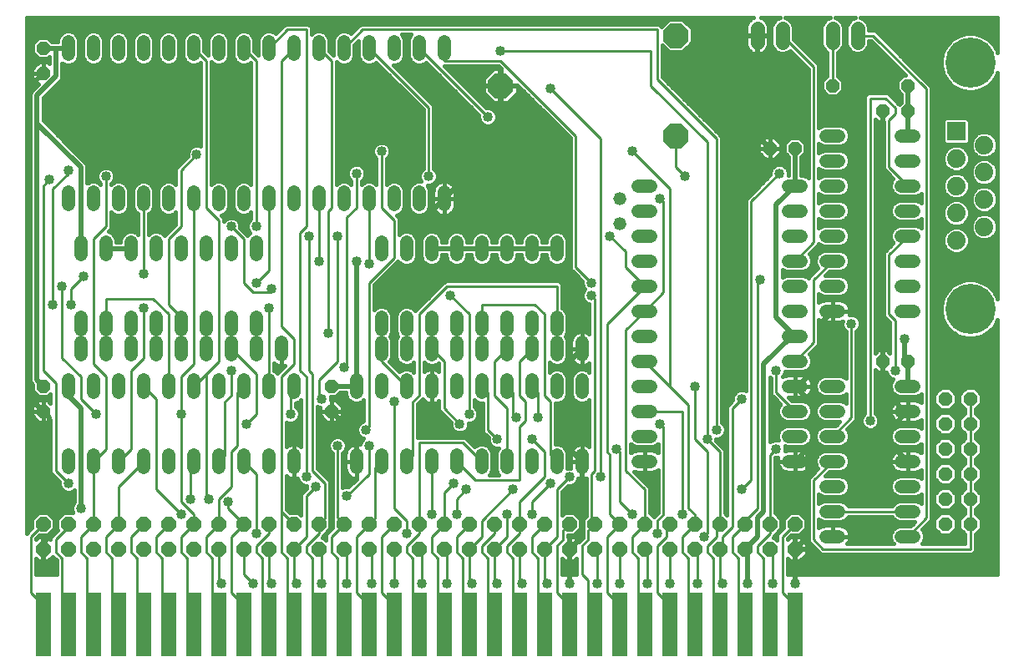
<source format=gtl>
G75*
%MOIN*%
%OFA0B0*%
%FSLAX24Y24*%
%IPPOS*%
%LPD*%
%AMOC8*
5,1,8,0,0,1.08239X$1,22.5*
%
%ADD10R,0.0600X0.2550*%
%ADD11OC8,0.0600*%
%ADD12C,0.0520*%
%ADD13C,0.0560*%
%ADD14OC8,0.1000*%
%ADD15C,0.0520*%
%ADD16R,0.0740X0.0740*%
%ADD17C,0.0740*%
%ADD18C,0.2000*%
%ADD19OC8,0.0520*%
%ADD20OC8,0.0560*%
%ADD21C,0.0100*%
%ADD22C,0.0400*%
%ADD23C,0.0200*%
%ADD24C,0.0160*%
D10*
X001680Y001940D03*
X002680Y001940D03*
X003680Y001940D03*
X004680Y001940D03*
X005680Y001940D03*
X006680Y001940D03*
X007680Y001940D03*
X008680Y001940D03*
X009680Y001940D03*
X010680Y001940D03*
X011680Y001940D03*
X012680Y001940D03*
X013680Y001940D03*
X014680Y001940D03*
X015680Y001940D03*
X016680Y001940D03*
X017680Y001940D03*
X018680Y001940D03*
X019680Y001940D03*
X020680Y001940D03*
X021680Y001940D03*
X022680Y001940D03*
X023680Y001940D03*
X024680Y001940D03*
X025680Y001940D03*
X026680Y001940D03*
X027680Y001940D03*
X028680Y001940D03*
X029680Y001940D03*
X030680Y001940D03*
X031680Y001940D03*
D11*
X031680Y004940D03*
X030680Y004940D03*
X029680Y004940D03*
X028680Y004940D03*
X027680Y004940D03*
X026680Y004940D03*
X025680Y004940D03*
X024680Y004940D03*
X023680Y004940D03*
X022680Y004940D03*
X021680Y004940D03*
X020680Y004940D03*
X019680Y004940D03*
X018680Y004940D03*
X017680Y004940D03*
X016680Y004940D03*
X015680Y004940D03*
X014680Y004940D03*
X013680Y004940D03*
X012680Y004940D03*
X011680Y004940D03*
X010680Y004940D03*
X009680Y004940D03*
X008680Y004940D03*
X007680Y004940D03*
X006680Y004940D03*
X005680Y004940D03*
X004680Y004940D03*
X003680Y004940D03*
X002680Y004940D03*
X001680Y004940D03*
X001680Y005940D03*
X002680Y005940D03*
X003680Y005940D03*
X004680Y005940D03*
X005680Y005940D03*
X006680Y005940D03*
X007680Y005940D03*
X008680Y005940D03*
X009680Y005940D03*
X010680Y005940D03*
X011680Y005940D03*
X012680Y005940D03*
X013680Y005940D03*
X014680Y005940D03*
X015680Y005940D03*
X016680Y005940D03*
X017680Y005940D03*
X018680Y005940D03*
X019680Y005940D03*
X020680Y005940D03*
X021680Y005940D03*
X022680Y005940D03*
X023680Y005940D03*
X024680Y005940D03*
X025680Y005940D03*
X026680Y005940D03*
X027680Y005940D03*
X028680Y005940D03*
X029680Y005940D03*
X030680Y005940D03*
X031680Y005940D03*
D12*
X032920Y005440D02*
X033440Y005440D01*
X033440Y006440D02*
X032920Y006440D01*
X032920Y007440D02*
X033440Y007440D01*
X033440Y008440D02*
X032920Y008440D01*
X031940Y008440D02*
X031420Y008440D01*
X031420Y009440D02*
X031940Y009440D01*
X032920Y009440D02*
X033440Y009440D01*
X033440Y010440D02*
X032920Y010440D01*
X031940Y010440D02*
X031420Y010440D01*
X031420Y011440D02*
X031940Y011440D01*
X032920Y011440D02*
X033440Y011440D01*
X031940Y012440D02*
X031420Y012440D01*
X031420Y013440D02*
X031940Y013440D01*
X031940Y014440D02*
X031420Y014440D01*
X031420Y015440D02*
X031940Y015440D01*
X032920Y015440D02*
X033440Y015440D01*
X033440Y016440D02*
X032920Y016440D01*
X031940Y016440D02*
X031420Y016440D01*
X031420Y017440D02*
X031940Y017440D01*
X032920Y017440D02*
X033440Y017440D01*
X033440Y018440D02*
X032920Y018440D01*
X031940Y018440D02*
X031420Y018440D01*
X031420Y019440D02*
X031940Y019440D01*
X032920Y019440D02*
X033440Y019440D01*
X033440Y020440D02*
X032920Y020440D01*
X032920Y021440D02*
X033440Y021440D01*
X035920Y021440D02*
X036440Y021440D01*
X036440Y020440D02*
X035920Y020440D01*
X035920Y019440D02*
X036440Y019440D01*
X036440Y018440D02*
X035920Y018440D01*
X035920Y017440D02*
X036440Y017440D01*
X036440Y016440D02*
X035920Y016440D01*
X035920Y015440D02*
X036440Y015440D01*
X036440Y014440D02*
X035920Y014440D01*
X033440Y014440D02*
X032920Y014440D01*
X035920Y011440D02*
X036440Y011440D01*
X036440Y010440D02*
X035920Y010440D01*
X035920Y009440D02*
X036440Y009440D01*
X036440Y008440D02*
X035920Y008440D01*
X035920Y007440D02*
X036440Y007440D01*
X036440Y006440D02*
X035920Y006440D01*
X035920Y005440D02*
X036440Y005440D01*
X025940Y008440D02*
X025420Y008440D01*
X025420Y009440D02*
X025940Y009440D01*
X025940Y010440D02*
X025420Y010440D01*
X025420Y011440D02*
X025940Y011440D01*
X025940Y012440D02*
X025420Y012440D01*
X025420Y013440D02*
X025940Y013440D01*
X025940Y014440D02*
X025420Y014440D01*
X025420Y015440D02*
X025940Y015440D01*
X025940Y016440D02*
X025420Y016440D01*
X025420Y017440D02*
X025940Y017440D01*
X025940Y018440D02*
X025420Y018440D01*
X025420Y019440D02*
X025940Y019440D01*
X022180Y017200D02*
X022180Y016680D01*
X021180Y016680D02*
X021180Y017200D01*
X020180Y017200D02*
X020180Y016680D01*
X019180Y016680D02*
X019180Y017200D01*
X018180Y017200D02*
X018180Y016680D01*
X017180Y016680D02*
X017180Y017200D01*
X016180Y017200D02*
X016180Y016680D01*
X015180Y016680D02*
X015180Y017200D01*
X014680Y018680D02*
X014680Y019200D01*
X013680Y019200D02*
X013680Y018680D01*
X012680Y018680D02*
X012680Y019200D01*
X011680Y019200D02*
X011680Y018680D01*
X010680Y018680D02*
X010680Y019200D01*
X009680Y019200D02*
X009680Y018680D01*
X008680Y018680D02*
X008680Y019200D01*
X007680Y019200D02*
X007680Y018680D01*
X006680Y018680D02*
X006680Y019200D01*
X005680Y019200D02*
X005680Y018680D01*
X004680Y018680D02*
X004680Y019200D01*
X003680Y019200D02*
X003680Y018680D01*
X002680Y018680D02*
X002680Y019200D01*
X003180Y017200D02*
X003180Y016680D01*
X004180Y016680D02*
X004180Y017200D01*
X005180Y017200D02*
X005180Y016680D01*
X006180Y016680D02*
X006180Y017200D01*
X007180Y017200D02*
X007180Y016680D01*
X008180Y016680D02*
X008180Y017200D01*
X009180Y017200D02*
X009180Y016680D01*
X010180Y016680D02*
X010180Y017200D01*
X010180Y014200D02*
X010180Y013680D01*
X010180Y013200D02*
X010180Y012680D01*
X009180Y012680D02*
X009180Y013200D01*
X009180Y013680D02*
X009180Y014200D01*
X008180Y014200D02*
X008180Y013680D01*
X008180Y013200D02*
X008180Y012680D01*
X007180Y012680D02*
X007180Y013200D01*
X007180Y013680D02*
X007180Y014200D01*
X006180Y014200D02*
X006180Y013680D01*
X006180Y013200D02*
X006180Y012680D01*
X005180Y012680D02*
X005180Y013200D01*
X005180Y013680D02*
X005180Y014200D01*
X004180Y014200D02*
X004180Y013680D01*
X004180Y013200D02*
X004180Y012680D01*
X003180Y012680D02*
X003180Y013200D01*
X003180Y013680D02*
X003180Y014200D01*
X002680Y011700D02*
X002680Y011180D01*
X003680Y011180D02*
X003680Y011700D01*
X004680Y011700D02*
X004680Y011180D01*
X005680Y011180D02*
X005680Y011700D01*
X006680Y011700D02*
X006680Y011180D01*
X007680Y011180D02*
X007680Y011700D01*
X008680Y011700D02*
X008680Y011180D01*
X009680Y011180D02*
X009680Y011700D01*
X010680Y011700D02*
X010680Y011180D01*
X011680Y011180D02*
X011680Y011700D01*
X011180Y012680D02*
X011180Y013200D01*
X014180Y011700D02*
X014180Y011180D01*
X015180Y011180D02*
X015180Y011700D01*
X016180Y011700D02*
X016180Y011180D01*
X017180Y011180D02*
X017180Y011700D01*
X018180Y011700D02*
X018180Y011180D01*
X019180Y011180D02*
X019180Y011700D01*
X020180Y011700D02*
X020180Y011180D01*
X021180Y011180D02*
X021180Y011700D01*
X022180Y011700D02*
X022180Y011180D01*
X023180Y011180D02*
X023180Y011700D01*
X023180Y012680D02*
X023180Y013200D01*
X022180Y013200D02*
X022180Y012680D01*
X021180Y012680D02*
X021180Y013200D01*
X021180Y013680D02*
X021180Y014200D01*
X022180Y014200D02*
X022180Y013680D01*
X020180Y013680D02*
X020180Y014200D01*
X019180Y014200D02*
X019180Y013680D01*
X019180Y013200D02*
X019180Y012680D01*
X018180Y012680D02*
X018180Y013200D01*
X018180Y013680D02*
X018180Y014200D01*
X017180Y014200D02*
X017180Y013680D01*
X017180Y013200D02*
X017180Y012680D01*
X016180Y012680D02*
X016180Y013200D01*
X016180Y013680D02*
X016180Y014200D01*
X015180Y014200D02*
X015180Y013680D01*
X015180Y013200D02*
X015180Y012680D01*
X020180Y012680D02*
X020180Y013200D01*
X020180Y008700D02*
X020180Y008180D01*
X019180Y008180D02*
X019180Y008700D01*
X018180Y008700D02*
X018180Y008180D01*
X017180Y008180D02*
X017180Y008700D01*
X016180Y008700D02*
X016180Y008180D01*
X015180Y008180D02*
X015180Y008700D01*
X014180Y008700D02*
X014180Y008180D01*
X011680Y008180D02*
X011680Y008700D01*
X010680Y008700D02*
X010680Y008180D01*
X009680Y008180D02*
X009680Y008700D01*
X008680Y008700D02*
X008680Y008180D01*
X007680Y008180D02*
X007680Y008700D01*
X006680Y008700D02*
X006680Y008180D01*
X005680Y008180D02*
X005680Y008700D01*
X004680Y008700D02*
X004680Y008180D01*
X003680Y008180D02*
X003680Y008700D01*
X002680Y008700D02*
X002680Y008180D01*
X015680Y018680D02*
X015680Y019200D01*
X016680Y019200D02*
X016680Y018680D01*
X017680Y018680D02*
X017680Y019200D01*
X017680Y024680D02*
X017680Y025200D01*
X016680Y025200D02*
X016680Y024680D01*
X015680Y024680D02*
X015680Y025200D01*
X014680Y025200D02*
X014680Y024680D01*
X013680Y024680D02*
X013680Y025200D01*
X012680Y025200D02*
X012680Y024680D01*
X011680Y024680D02*
X011680Y025200D01*
X010680Y025200D02*
X010680Y024680D01*
X009680Y024680D02*
X009680Y025200D01*
X008680Y025200D02*
X008680Y024680D01*
X007680Y024680D02*
X007680Y025200D01*
X006680Y025200D02*
X006680Y024680D01*
X005680Y024680D02*
X005680Y025200D01*
X004680Y025200D02*
X004680Y024680D01*
X003680Y024680D02*
X003680Y025200D01*
X002680Y025200D02*
X002680Y024680D01*
X021180Y008700D02*
X021180Y008180D01*
X022180Y008180D02*
X022180Y008700D01*
X023180Y008700D02*
X023180Y008180D01*
D13*
X030180Y025160D02*
X030180Y025720D01*
X031180Y025720D02*
X031180Y025160D01*
X033180Y025160D02*
X033180Y025720D01*
X034180Y025720D02*
X034180Y025160D01*
D14*
X026930Y025440D03*
X026930Y021440D03*
X019930Y023440D03*
D15*
X024680Y018940D03*
X024680Y017940D03*
D16*
X038121Y021621D03*
D17*
X039239Y021074D03*
X038121Y020531D03*
X039239Y019983D03*
X038121Y019440D03*
X039239Y018897D03*
X038121Y018349D03*
X039239Y017806D03*
X038121Y017259D03*
D18*
X038680Y014519D03*
X038680Y024361D03*
D19*
X036180Y023440D03*
X036180Y022440D03*
X035180Y022440D03*
X033180Y023440D03*
X031680Y020940D03*
X030680Y020940D03*
X035180Y012440D03*
X036180Y012440D03*
X013180Y011440D03*
X013180Y010440D03*
X001680Y010440D03*
X001680Y011440D03*
X001680Y023940D03*
X001680Y024940D03*
D20*
X037680Y010940D03*
X038680Y010940D03*
X038680Y009940D03*
X037680Y009940D03*
X037680Y008940D03*
X038680Y008940D03*
X038680Y007940D03*
X037680Y007940D03*
X037680Y006940D03*
X038680Y006940D03*
X038680Y005940D03*
X037680Y005940D03*
D21*
X036930Y006190D02*
X036930Y023315D01*
X034805Y025440D01*
X034180Y025440D01*
X033180Y025440D02*
X033180Y023440D01*
X032430Y024190D02*
X031180Y025440D01*
X032430Y024190D02*
X032430Y017190D01*
X031680Y016440D01*
X032430Y015690D02*
X033180Y016440D01*
X032430Y015690D02*
X032430Y013190D01*
X031680Y012440D01*
X030930Y012065D02*
X030930Y011190D01*
X031680Y010440D01*
X033180Y009440D02*
X033930Y010190D01*
X033930Y013940D01*
X035430Y014315D02*
X035430Y016690D01*
X036180Y017440D01*
X036180Y019440D02*
X035430Y020190D01*
X035430Y022065D01*
X035680Y022315D01*
X035680Y022565D01*
X035305Y022940D01*
X034680Y022940D01*
X034680Y010065D01*
X033180Y008440D02*
X032430Y007690D01*
X032430Y005315D01*
X032805Y004940D01*
X038680Y004940D01*
X038680Y005940D01*
X038680Y006940D01*
X038680Y007940D01*
X038680Y008940D01*
X038680Y009940D01*
X038680Y010940D01*
X035680Y012065D02*
X035680Y014065D01*
X035430Y014315D01*
X030305Y015690D02*
X030180Y015565D01*
X030180Y006565D01*
X029680Y006065D01*
X029680Y005940D01*
X029180Y005440D01*
X029180Y004815D01*
X029430Y004565D01*
X029430Y002190D01*
X029680Y001940D01*
X030430Y002190D02*
X030430Y004565D01*
X030180Y004815D01*
X030180Y005065D01*
X030680Y005565D01*
X030680Y005940D01*
X030680Y008690D01*
X030930Y008940D01*
X029930Y007690D02*
X029555Y007315D01*
X029930Y007690D02*
X029930Y018815D01*
X031055Y019940D01*
X028555Y021315D02*
X028555Y009690D01*
X028180Y009315D02*
X028180Y021190D01*
X025930Y023440D01*
X025930Y024815D01*
X019930Y024815D01*
X019930Y024440D02*
X017680Y024440D01*
X017680Y024940D01*
X016680Y024940D02*
X019430Y022190D01*
X021930Y023315D02*
X023930Y021315D01*
X023930Y007815D01*
X023680Y008065D02*
X023680Y014940D01*
X023555Y015065D01*
X023555Y015565D02*
X022930Y016190D01*
X022930Y021440D01*
X019930Y024440D01*
X017055Y022565D02*
X017055Y019815D01*
X015180Y020815D02*
X015180Y018565D01*
X015680Y018065D01*
X015680Y016565D01*
X014680Y015565D01*
X014680Y009815D01*
X014555Y009690D01*
X014680Y009065D02*
X014680Y007940D01*
X013805Y007065D01*
X012930Y007565D02*
X012930Y006190D01*
X012680Y005940D01*
X012680Y005565D01*
X012180Y005065D01*
X012180Y004815D01*
X012430Y004565D01*
X012430Y002190D01*
X012680Y001940D01*
X013430Y002190D02*
X013430Y004565D01*
X013180Y004815D01*
X013180Y005440D01*
X013680Y005940D01*
X013430Y006190D01*
X013430Y009065D01*
X012430Y008065D02*
X012930Y007565D01*
X012555Y007440D02*
X012180Y007065D01*
X012180Y005440D01*
X011680Y004940D01*
X011680Y003690D01*
X011805Y003565D01*
X012805Y003565D02*
X012805Y004815D01*
X012680Y004940D01*
X013680Y004940D02*
X013805Y004815D01*
X013805Y003565D01*
X014180Y003190D02*
X014680Y002690D01*
X014680Y001940D01*
X015680Y001940D02*
X015680Y002690D01*
X015180Y003190D01*
X015180Y005440D01*
X015680Y005940D01*
X016180Y006065D02*
X016180Y005565D01*
X016680Y005565D02*
X016180Y005065D01*
X016180Y004815D01*
X016430Y004565D01*
X016430Y002190D01*
X016680Y001940D01*
X017430Y002190D02*
X017430Y004565D01*
X017180Y004815D01*
X017180Y005440D01*
X017680Y005940D01*
X017680Y007190D01*
X018055Y007565D01*
X018555Y007315D02*
X018180Y006940D01*
X018180Y006315D01*
X018680Y005940D02*
X018180Y005440D01*
X018180Y004815D01*
X018430Y004565D01*
X018430Y002190D01*
X018680Y001940D01*
X019430Y002190D02*
X019430Y004565D01*
X019180Y004815D01*
X019180Y005065D01*
X019680Y005565D01*
X019680Y005940D01*
X019180Y006065D02*
X019180Y005440D01*
X018680Y004940D01*
X018680Y003690D01*
X018805Y003565D01*
X019680Y003690D02*
X019805Y003565D01*
X019680Y003690D02*
X019680Y004940D01*
X020180Y005440D01*
X020180Y006315D01*
X020680Y005940D02*
X020680Y005565D01*
X020180Y005065D01*
X020180Y004815D01*
X020430Y004565D01*
X020430Y002190D01*
X020680Y001940D01*
X021430Y002190D02*
X021430Y004565D01*
X021180Y004815D01*
X021180Y005440D01*
X021680Y005940D01*
X021180Y006315D02*
X021180Y006815D01*
X021930Y007565D01*
X021680Y007815D02*
X020680Y006815D01*
X020680Y005940D01*
X020430Y007315D02*
X019180Y006065D01*
X017180Y006315D02*
X017180Y008440D01*
X016430Y008690D02*
X016430Y010815D01*
X016680Y011065D01*
X016680Y014315D01*
X017805Y015440D01*
X022180Y015440D01*
X022180Y013940D01*
X022180Y012940D01*
X021180Y012940D02*
X021180Y013940D01*
X021680Y014315D02*
X021305Y014690D01*
X019180Y014690D01*
X019180Y013940D01*
X019180Y012940D01*
X019680Y012440D02*
X020180Y012940D01*
X020180Y013940D01*
X021180Y012940D02*
X020680Y012440D01*
X020680Y011065D01*
X020930Y010815D01*
X020930Y010065D01*
X020680Y009815D01*
X020680Y007690D01*
X018930Y007690D01*
X018180Y008440D01*
X018430Y009190D02*
X019180Y008440D01*
X020180Y008440D02*
X020180Y010565D01*
X019680Y011065D01*
X019680Y012440D01*
X018180Y012940D02*
X018180Y013940D01*
X018680Y014315D02*
X018680Y010315D01*
X018305Y009940D02*
X017680Y010565D01*
X017680Y012440D01*
X017180Y012940D01*
X017180Y013940D01*
X016180Y013940D02*
X016180Y012940D01*
X015180Y012940D02*
X015180Y012440D01*
X016180Y011440D01*
X015680Y010815D02*
X015680Y006565D01*
X016180Y006065D01*
X016680Y005940D02*
X016680Y005565D01*
X016680Y005940D02*
X016680Y009190D01*
X018430Y009190D01*
X019430Y009690D02*
X019805Y009315D01*
X019430Y009690D02*
X019430Y011190D01*
X019180Y011440D01*
X020180Y011440D02*
X020430Y011190D01*
X020430Y010315D01*
X020555Y010190D01*
X021430Y010190D02*
X021430Y011190D01*
X021180Y011440D01*
X021680Y011065D02*
X021680Y014315D01*
X024180Y013940D02*
X025680Y015440D01*
X024930Y016190D01*
X024930Y016815D01*
X024305Y017440D01*
X026305Y018940D02*
X026430Y018815D01*
X026430Y015190D01*
X025680Y014440D01*
X024930Y013690D01*
X024930Y008065D01*
X025680Y007315D01*
X025680Y005940D01*
X025180Y005440D01*
X025180Y004815D01*
X025430Y004565D01*
X025430Y002190D01*
X025680Y001940D01*
X026680Y001940D02*
X026680Y002690D01*
X026180Y003190D01*
X026180Y005065D01*
X026555Y005440D01*
X026555Y005815D01*
X026680Y005940D01*
X026430Y006315D02*
X026180Y006065D01*
X026180Y005565D01*
X026430Y006315D02*
X026430Y009815D01*
X026305Y009940D01*
X025680Y010440D02*
X027180Y010440D01*
X027180Y006315D01*
X027430Y006565D02*
X027680Y006315D01*
X027680Y005940D01*
X027180Y005440D01*
X027180Y004815D01*
X027430Y004565D01*
X027430Y002190D01*
X027680Y001940D01*
X028430Y002190D02*
X028430Y004565D01*
X028180Y004815D01*
X028180Y005065D01*
X028555Y005440D01*
X028555Y005815D01*
X028680Y005940D01*
X028680Y008815D01*
X028180Y009315D01*
X027680Y009315D02*
X028180Y008815D01*
X028180Y005565D01*
X028055Y005440D01*
X028805Y005440D02*
X028805Y005065D01*
X028680Y004940D01*
X028680Y003690D01*
X028805Y003565D01*
X027805Y003565D02*
X027805Y004815D01*
X027680Y004940D01*
X026680Y004940D02*
X026680Y003565D01*
X025805Y003565D02*
X025805Y004815D01*
X025680Y004940D01*
X024680Y004940D02*
X024680Y003565D01*
X024180Y003190D02*
X024680Y002690D01*
X024680Y001940D01*
X023680Y001940D02*
X023430Y002190D01*
X023430Y003690D01*
X023180Y003940D01*
X023180Y005065D01*
X023430Y005315D01*
X023430Y005690D01*
X023680Y005940D01*
X023555Y006065D01*
X023555Y007940D01*
X023680Y008065D01*
X024305Y008690D02*
X024180Y008815D01*
X024180Y013940D01*
X025680Y012440D02*
X026680Y011440D01*
X026680Y019315D01*
X025180Y020815D01*
X026930Y021440D02*
X026930Y020190D01*
X027305Y019815D01*
X028555Y021315D02*
X026180Y023690D01*
X026180Y025690D01*
X014430Y025690D01*
X013680Y024940D01*
X013180Y024440D02*
X012680Y024940D01*
X013180Y024440D02*
X013180Y018565D01*
X013055Y018440D01*
X013055Y013565D01*
X011680Y013315D02*
X011680Y012315D01*
X011180Y011815D01*
X011180Y006440D01*
X011180Y004815D01*
X011430Y004565D01*
X011430Y002190D01*
X011680Y001940D01*
X010680Y001940D02*
X010430Y002190D01*
X010430Y004565D01*
X010180Y004815D01*
X010180Y005065D01*
X010680Y005565D01*
X010680Y005940D01*
X010180Y005565D02*
X010180Y007940D01*
X009680Y008440D01*
X009180Y008815D02*
X009180Y007440D01*
X008680Y006940D01*
X008680Y005940D01*
X008180Y005440D01*
X008180Y004815D01*
X008430Y004565D01*
X008430Y002190D01*
X008680Y001940D01*
X009680Y001940D02*
X009680Y002690D01*
X009180Y003190D01*
X009180Y005440D01*
X009680Y005940D01*
X009055Y006565D01*
X009055Y006815D01*
X008305Y006940D02*
X008180Y007065D01*
X008180Y011940D01*
X007680Y011440D01*
X007180Y011815D02*
X007180Y010315D01*
X007180Y006815D01*
X007680Y006315D01*
X007680Y005940D01*
X007180Y005440D01*
X007180Y004815D01*
X007430Y004565D01*
X007430Y002190D01*
X007680Y001940D01*
X006680Y001940D02*
X006430Y002190D01*
X006430Y004565D01*
X006180Y004815D01*
X006180Y005440D01*
X006680Y005940D01*
X007180Y006315D02*
X006180Y007315D01*
X006180Y010940D01*
X005680Y011440D01*
X005180Y012065D02*
X005680Y012565D01*
X005680Y014565D01*
X006055Y014940D02*
X004180Y014940D01*
X004180Y013940D01*
X004180Y012940D01*
X003180Y012940D02*
X003180Y013940D01*
X002805Y014690D02*
X002805Y015315D01*
X003305Y015815D01*
X002430Y015440D02*
X002430Y012565D01*
X003180Y011815D01*
X003180Y010940D01*
X003805Y010315D01*
X004180Y008940D02*
X003680Y008440D01*
X003680Y005940D01*
X003180Y005440D01*
X003180Y004815D01*
X003430Y004565D01*
X003430Y002190D01*
X003680Y001940D01*
X004430Y002190D02*
X004430Y004565D01*
X004180Y004815D01*
X004180Y005440D01*
X004680Y005940D01*
X004680Y007440D01*
X005680Y008440D01*
X005180Y008940D02*
X005180Y012065D01*
X004180Y011815D02*
X004180Y008940D01*
X004680Y008440D02*
X005180Y008940D01*
X007555Y008315D02*
X007555Y006940D01*
X005680Y005940D02*
X005180Y005440D01*
X005180Y004815D01*
X005430Y004565D01*
X005430Y002190D01*
X005680Y001940D01*
X004680Y001940D02*
X004430Y002190D01*
X002680Y001940D02*
X002430Y002190D01*
X002430Y004565D01*
X002180Y004815D01*
X002180Y005315D01*
X002680Y005815D01*
X002680Y005940D01*
X001680Y005940D02*
X001180Y005440D01*
X001180Y003190D01*
X001680Y002690D01*
X001680Y001940D01*
X008680Y003690D02*
X008805Y003565D01*
X008680Y003690D02*
X008680Y004940D01*
X009680Y004940D02*
X009680Y003940D01*
X010055Y003565D01*
X010680Y003690D02*
X010680Y004940D01*
X010680Y003690D02*
X010805Y003565D01*
X013430Y002190D02*
X013680Y001940D01*
X014180Y003190D02*
X014180Y005440D01*
X014680Y005940D01*
X014930Y006190D01*
X014930Y008190D01*
X015180Y008440D01*
X016180Y008440D02*
X016430Y008690D01*
X012805Y010940D02*
X012680Y011065D01*
X012680Y011690D01*
X013430Y012440D01*
X013430Y017440D01*
X012305Y017440D02*
X012305Y012065D01*
X012430Y011940D01*
X012430Y008065D01*
X012180Y007815D02*
X012180Y011815D01*
X011930Y012065D01*
X011930Y017565D01*
X012180Y017815D01*
X012180Y025690D01*
X011430Y025690D01*
X010680Y024940D01*
X010180Y024440D02*
X010180Y017815D01*
X009680Y017315D02*
X009680Y015565D01*
X010055Y015190D01*
X010805Y015190D01*
X010805Y015315D01*
X010180Y015565D02*
X010680Y016065D01*
X010680Y018940D01*
X009180Y017815D02*
X009680Y017315D01*
X008680Y018065D02*
X008180Y018565D01*
X008180Y024440D01*
X007680Y024940D01*
X009680Y024940D02*
X010180Y024440D01*
X011180Y024440D02*
X011180Y013815D01*
X011680Y013315D01*
X010180Y012940D02*
X010180Y013940D01*
X010680Y014565D02*
X010680Y011440D01*
X010180Y011940D02*
X009180Y012940D01*
X009180Y013940D01*
X008180Y013940D02*
X008180Y012940D01*
X008680Y012440D02*
X008680Y018065D01*
X007680Y018940D02*
X007680Y012315D01*
X007180Y011815D01*
X006680Y011440D02*
X006680Y014315D01*
X006055Y014940D01*
X006680Y014690D02*
X007180Y014190D01*
X007180Y013940D01*
X007180Y012940D01*
X006180Y012940D02*
X006180Y013940D01*
X005180Y013940D02*
X005180Y012940D01*
X004180Y011815D02*
X003680Y012315D01*
X003680Y017315D01*
X004180Y017815D01*
X004180Y019815D01*
X002680Y019940D02*
X002680Y020065D01*
X002680Y019940D02*
X002055Y019315D01*
X002055Y014690D01*
X005680Y015940D02*
X005680Y018940D01*
X007180Y017815D02*
X006680Y017315D01*
X006680Y014690D01*
X008680Y012440D02*
X008180Y011940D01*
X009180Y012065D02*
X009180Y011065D01*
X008930Y010815D01*
X008930Y008690D01*
X008680Y008440D01*
X009180Y008815D02*
X009430Y009065D01*
X009430Y011190D01*
X009680Y011440D01*
X010180Y011940D02*
X010180Y010315D01*
X009805Y009940D01*
X011555Y010315D02*
X011555Y011315D01*
X011680Y011440D01*
X013680Y012190D02*
X013805Y012315D01*
X013805Y018190D01*
X014180Y018565D01*
X014180Y019940D01*
X014680Y018940D02*
X014680Y016315D01*
X012680Y016440D02*
X012680Y018940D01*
X007805Y020690D02*
X007180Y020065D01*
X007180Y017815D01*
X001930Y019690D02*
X001680Y019440D01*
X001680Y012065D01*
X002180Y011565D01*
X002180Y008065D01*
X002680Y007565D01*
X007555Y008315D02*
X007680Y008440D01*
X011180Y006440D02*
X011680Y005940D01*
X014680Y004940D02*
X014805Y004815D01*
X014805Y003565D01*
X015680Y003565D02*
X015680Y004940D01*
X016680Y004940D02*
X016805Y004815D01*
X016805Y003565D01*
X017805Y003565D02*
X017805Y004815D01*
X017680Y004940D01*
X020680Y004940D02*
X020680Y003690D01*
X020805Y003565D01*
X021680Y003690D02*
X021805Y003565D01*
X021680Y003690D02*
X021680Y004940D01*
X022180Y005440D01*
X022180Y007315D01*
X022680Y007815D01*
X022180Y008440D02*
X021930Y008690D01*
X021930Y010815D01*
X021680Y011065D01*
X021180Y009315D02*
X021680Y008815D01*
X021680Y007815D01*
X024305Y008690D02*
X024305Y006315D01*
X024680Y005940D01*
X024180Y005440D01*
X024180Y003190D01*
X023805Y003565D02*
X023805Y004815D01*
X023680Y004940D01*
X022430Y005315D02*
X022430Y005690D01*
X022680Y005940D01*
X022430Y005315D02*
X022180Y005065D01*
X022180Y003190D01*
X022680Y002690D01*
X022680Y001940D01*
X021680Y001940D02*
X021430Y002190D01*
X019680Y001940D02*
X019430Y002190D01*
X017680Y001940D02*
X017430Y002190D01*
X024680Y006815D02*
X025180Y006315D01*
X024680Y006815D02*
X024680Y008815D01*
X024555Y008940D01*
X026680Y011440D02*
X027430Y010690D01*
X027430Y006565D01*
X028805Y005440D02*
X029180Y005815D01*
X029180Y010565D01*
X029555Y010940D01*
X027680Y011440D02*
X027680Y009315D01*
X031180Y005440D02*
X031680Y005940D01*
X031180Y005440D02*
X031180Y003190D01*
X031680Y002690D01*
X031680Y001940D01*
X030680Y001940D02*
X030430Y002190D01*
X028680Y001940D02*
X028430Y002190D01*
X030805Y003565D02*
X030805Y004815D01*
X030680Y004940D01*
X033180Y006440D02*
X036180Y006440D01*
X036930Y006190D02*
X036180Y005440D01*
X018680Y014315D02*
X017930Y015065D01*
X015180Y013940D02*
X015180Y012940D01*
X017055Y022565D02*
X014680Y024940D01*
X011680Y024940D02*
X011180Y024440D01*
D22*
X007805Y020690D03*
X004180Y019815D03*
X002680Y020065D03*
X001930Y019690D03*
X003305Y015815D03*
X002430Y015440D03*
X002055Y014690D03*
X002805Y014690D03*
X005680Y014565D03*
X005680Y015940D03*
X009180Y017815D03*
X010180Y017815D03*
X012305Y017440D03*
X013430Y017440D03*
X012680Y016440D03*
X014180Y016440D03*
X014680Y016315D03*
X015805Y015565D03*
X017930Y015065D03*
X013680Y012190D03*
X013055Y013565D03*
X010680Y014565D03*
X010805Y015315D03*
X010180Y015565D03*
X009180Y012065D03*
X007180Y010315D03*
X009805Y009940D03*
X011555Y010315D03*
X012805Y010940D03*
X014555Y009690D03*
X014680Y009065D03*
X013430Y009065D03*
X012180Y007815D03*
X012555Y007440D03*
X013805Y007065D03*
X016180Y005565D03*
X017180Y006315D03*
X018180Y006315D03*
X018555Y007315D03*
X018055Y007565D03*
X020430Y007315D03*
X021930Y007565D03*
X022680Y007815D03*
X023930Y007815D03*
X024555Y008940D03*
X026305Y009940D03*
X028180Y009315D03*
X028555Y009690D03*
X029555Y010940D03*
X030930Y012065D03*
X027680Y011440D03*
X030930Y008940D03*
X029555Y007315D03*
X027180Y006315D03*
X026180Y005565D03*
X025180Y006315D03*
X028055Y005440D03*
X027805Y003565D03*
X028805Y003565D03*
X029805Y003565D03*
X030805Y003565D03*
X031680Y003565D03*
X026680Y003565D03*
X025805Y003565D03*
X024680Y003565D03*
X023805Y003565D03*
X022680Y003565D03*
X021805Y003565D03*
X020805Y003565D03*
X019805Y003565D03*
X018805Y003565D03*
X017805Y003565D03*
X016805Y003565D03*
X015680Y003565D03*
X014805Y003565D03*
X013805Y003565D03*
X012805Y003565D03*
X011805Y003565D03*
X010805Y003565D03*
X010055Y003565D03*
X008805Y003565D03*
X010180Y005565D03*
X009055Y006815D03*
X008305Y006940D03*
X007555Y006940D03*
X007180Y006315D03*
X003180Y006565D03*
X002680Y007565D03*
X003805Y010315D03*
X015680Y010815D03*
X018305Y009940D03*
X018680Y010315D03*
X019805Y009315D03*
X020555Y010190D03*
X021430Y010190D03*
X021180Y009315D03*
X021180Y006315D03*
X020180Y006315D03*
X033930Y013940D03*
X036055Y013315D03*
X035680Y012065D03*
X034680Y010065D03*
X030305Y015690D03*
X026305Y018940D03*
X027305Y019815D03*
X025180Y020815D03*
X021930Y023315D03*
X019430Y022190D03*
X017055Y019815D03*
X015180Y020815D03*
X014180Y019940D03*
X019930Y024815D03*
X031055Y019940D03*
X024305Y017440D03*
X023555Y015565D03*
X023555Y015065D03*
D23*
X023180Y012940D02*
X022743Y012503D01*
X022680Y012565D01*
X022680Y017565D01*
X019493Y020753D01*
X019930Y021190D01*
X019930Y023440D01*
X019493Y020753D02*
X017680Y018940D01*
X016680Y017940D01*
X016680Y016440D01*
X015805Y015565D01*
X014180Y016440D02*
X014180Y011440D01*
X013180Y011440D01*
X013180Y010440D02*
X014180Y009440D01*
X014180Y008440D01*
X022680Y008940D02*
X023180Y008440D01*
X023180Y005440D01*
X022680Y004940D01*
X022680Y003565D01*
X029680Y004940D02*
X029805Y004940D01*
X029805Y003565D01*
X031680Y003565D02*
X031680Y004940D01*
X032180Y005440D01*
X032180Y008815D01*
X032118Y008878D01*
X031680Y008440D01*
X032118Y008878D02*
X032430Y009190D01*
X032430Y010690D01*
X031680Y011440D01*
X031805Y011440D01*
X032680Y012315D01*
X032680Y013940D01*
X033180Y014440D01*
X031680Y013440D02*
X031555Y013440D01*
X030430Y012315D01*
X030430Y006440D01*
X030180Y006190D01*
X030180Y005440D01*
X029680Y004940D01*
X035430Y009190D02*
X036180Y008440D01*
X035430Y009190D02*
X035430Y009690D01*
X036180Y010440D01*
X036055Y010440D01*
X035180Y011315D01*
X035180Y012440D01*
X035180Y022440D01*
X036180Y022440D02*
X036180Y023440D01*
X036180Y022440D02*
X036180Y021440D01*
X031680Y020940D02*
X031680Y019440D01*
X030930Y018690D01*
X030930Y014190D01*
X031680Y013440D01*
X036055Y013315D02*
X036055Y012565D01*
X036180Y012440D01*
X036180Y011440D01*
X022743Y012503D02*
X022680Y012440D01*
X022680Y008940D01*
X022180Y016940D02*
X021180Y016940D01*
X020180Y016940D01*
X019180Y016940D01*
X018180Y016940D01*
X017180Y016940D01*
X005180Y016940D02*
X004180Y016940D01*
X003180Y016940D02*
X003180Y020190D01*
X001430Y021940D01*
X001430Y011690D01*
X001680Y011440D01*
X001055Y011065D02*
X001680Y010440D01*
X001930Y010190D01*
X001930Y006440D01*
X002180Y006190D01*
X002180Y005690D01*
X001680Y005190D01*
X001680Y004940D01*
X003180Y006565D02*
X003180Y010565D01*
X002680Y011065D01*
X002680Y011440D01*
X001055Y011065D02*
X001055Y023315D01*
X001680Y023940D01*
X002180Y023815D02*
X002180Y024940D01*
X001680Y024940D01*
X002180Y024940D02*
X002680Y024940D01*
X002180Y023815D02*
X001430Y023065D01*
X001430Y021940D01*
X030180Y021440D02*
X030180Y025440D01*
X030180Y021440D02*
X030680Y020940D01*
D24*
X031120Y020940D01*
X031120Y021122D01*
X030862Y021380D01*
X030680Y021380D01*
X030680Y020940D01*
X030680Y020940D01*
X030680Y020940D01*
X031120Y020940D01*
X031120Y020758D01*
X030862Y020500D01*
X030680Y020500D01*
X030680Y020940D01*
X030680Y020940D01*
X030680Y020940D01*
X030240Y020940D01*
X030240Y021122D01*
X030498Y021380D01*
X030680Y021380D01*
X030680Y020940D01*
X030680Y020500D01*
X030498Y020500D01*
X030240Y020758D01*
X030240Y020940D01*
X030680Y020940D01*
X030680Y020996D02*
X030680Y020996D01*
X030680Y020838D02*
X030680Y020838D01*
X030680Y020679D02*
X030680Y020679D01*
X030680Y020521D02*
X030680Y020521D01*
X030883Y020521D02*
X031420Y020521D01*
X031420Y020606D02*
X031420Y019860D01*
X031412Y019860D01*
X031415Y019868D01*
X031415Y020012D01*
X031360Y020144D01*
X031259Y020245D01*
X031127Y020300D01*
X030983Y020300D01*
X030851Y020245D01*
X030750Y020144D01*
X030695Y020012D01*
X030695Y019877D01*
X029720Y018902D01*
X029720Y011261D01*
X029627Y011300D01*
X029483Y011300D01*
X029351Y011245D01*
X029250Y011144D01*
X029195Y011012D01*
X029195Y010877D01*
X029093Y010775D01*
X028970Y010652D01*
X028970Y006301D01*
X028890Y006381D01*
X028890Y008902D01*
X028767Y009025D01*
X028540Y009252D01*
X028540Y009330D01*
X028627Y009330D01*
X028759Y009385D01*
X028860Y009486D01*
X028915Y009618D01*
X028915Y009762D01*
X028860Y009894D01*
X028765Y009989D01*
X028765Y021402D01*
X028642Y021525D01*
X026390Y023777D01*
X026390Y025047D01*
X026657Y024780D01*
X027203Y024780D01*
X027590Y025167D01*
X027590Y025713D01*
X027203Y026100D01*
X026657Y026100D01*
X026362Y025805D01*
X026267Y025900D01*
X014343Y025900D01*
X014220Y025777D01*
X013958Y025515D01*
X013918Y025556D01*
X013764Y025620D01*
X013596Y025620D01*
X013442Y025556D01*
X013324Y025438D01*
X013260Y025284D01*
X013260Y024657D01*
X013100Y024817D01*
X013100Y025284D01*
X013036Y025438D01*
X012918Y025556D01*
X012764Y025620D01*
X012596Y025620D01*
X012442Y025556D01*
X012390Y025504D01*
X012390Y025777D01*
X012267Y025900D01*
X011343Y025900D01*
X011220Y025777D01*
X010958Y025515D01*
X010918Y025556D01*
X010764Y025620D01*
X010596Y025620D01*
X010442Y025556D01*
X010324Y025438D01*
X010260Y025284D01*
X010260Y024657D01*
X010100Y024817D01*
X010100Y025284D01*
X010036Y025438D01*
X009918Y025556D01*
X009764Y025620D01*
X009596Y025620D01*
X009442Y025556D01*
X009324Y025438D01*
X009260Y025284D01*
X009260Y024596D01*
X009324Y024442D01*
X009442Y024324D01*
X009596Y024260D01*
X009764Y024260D01*
X009918Y024324D01*
X009958Y024365D01*
X009970Y024353D01*
X009970Y019504D01*
X009918Y019556D01*
X009764Y019620D01*
X009596Y019620D01*
X009442Y019556D01*
X009324Y019438D01*
X009260Y019284D01*
X009260Y018596D01*
X009324Y018442D01*
X009442Y018324D01*
X009596Y018260D01*
X009764Y018260D01*
X009918Y018324D01*
X009970Y018376D01*
X009970Y018114D01*
X009875Y018019D01*
X009820Y017887D01*
X009820Y017743D01*
X009875Y017611D01*
X009936Y017550D01*
X009839Y017453D01*
X009767Y017525D01*
X009540Y017752D01*
X009540Y017887D01*
X009485Y018019D01*
X009384Y018120D01*
X009252Y018175D01*
X009108Y018175D01*
X008976Y018120D01*
X008890Y018034D01*
X008890Y018152D01*
X008777Y018265D01*
X008918Y018324D01*
X009036Y018442D01*
X009100Y018596D01*
X009100Y019284D01*
X009036Y019438D01*
X008918Y019556D01*
X008764Y019620D01*
X008596Y019620D01*
X008442Y019556D01*
X008390Y019504D01*
X008390Y024376D01*
X008442Y024324D01*
X008596Y024260D01*
X008764Y024260D01*
X008918Y024324D01*
X009036Y024442D01*
X009100Y024596D01*
X009100Y025284D01*
X009036Y025438D01*
X008918Y025556D01*
X008764Y025620D01*
X008596Y025620D01*
X008442Y025556D01*
X008324Y025438D01*
X008260Y025284D01*
X008260Y024657D01*
X008100Y024817D01*
X008100Y025284D01*
X008036Y025438D01*
X007918Y025556D01*
X007764Y025620D01*
X007596Y025620D01*
X007442Y025556D01*
X007324Y025438D01*
X007260Y025284D01*
X007260Y024596D01*
X007324Y024442D01*
X007442Y024324D01*
X007596Y024260D01*
X007764Y024260D01*
X007918Y024324D01*
X007958Y024365D01*
X007970Y024353D01*
X007970Y021011D01*
X007877Y021050D01*
X007733Y021050D01*
X007601Y020995D01*
X007500Y020894D01*
X007445Y020762D01*
X007445Y020627D01*
X007093Y020275D01*
X006970Y020152D01*
X006970Y019504D01*
X006918Y019556D01*
X006764Y019620D01*
X006596Y019620D01*
X006442Y019556D01*
X006324Y019438D01*
X006260Y019284D01*
X006260Y018596D01*
X006324Y018442D01*
X006442Y018324D01*
X006596Y018260D01*
X006764Y018260D01*
X006918Y018324D01*
X006970Y018376D01*
X006970Y017902D01*
X006593Y017525D01*
X006521Y017453D01*
X006418Y017556D01*
X006264Y017620D01*
X006096Y017620D01*
X005942Y017556D01*
X005890Y017504D01*
X005890Y018312D01*
X005918Y018324D01*
X006036Y018442D01*
X006100Y018596D01*
X006100Y019284D01*
X006036Y019438D01*
X005918Y019556D01*
X005764Y019620D01*
X005596Y019620D01*
X005442Y019556D01*
X005324Y019438D01*
X005260Y019284D01*
X005260Y018596D01*
X005324Y018442D01*
X005442Y018324D01*
X005470Y018312D01*
X005470Y017504D01*
X005418Y017556D01*
X005264Y017620D01*
X005096Y017620D01*
X004942Y017556D01*
X004824Y017438D01*
X004760Y017284D01*
X004760Y017200D01*
X004600Y017200D01*
X004600Y017284D01*
X004536Y017438D01*
X004418Y017556D01*
X004277Y017615D01*
X004390Y017728D01*
X004390Y018376D01*
X004442Y018324D01*
X004596Y018260D01*
X004764Y018260D01*
X004918Y018324D01*
X005036Y018442D01*
X005100Y018596D01*
X005100Y019284D01*
X005036Y019438D01*
X004918Y019556D01*
X004764Y019620D01*
X004596Y019620D01*
X004442Y019556D01*
X004390Y019504D01*
X004390Y019516D01*
X004485Y019611D01*
X004540Y019743D01*
X004540Y019887D01*
X004485Y020019D01*
X004384Y020120D01*
X004252Y020175D01*
X004108Y020175D01*
X003976Y020120D01*
X003875Y020019D01*
X003820Y019887D01*
X003820Y019743D01*
X003875Y019611D01*
X003970Y019516D01*
X003970Y019504D01*
X003918Y019556D01*
X003764Y019620D01*
X003596Y019620D01*
X003442Y019556D01*
X003440Y019554D01*
X003440Y020242D01*
X003400Y020337D01*
X001690Y022048D01*
X001690Y022957D01*
X002327Y023595D01*
X002400Y023668D01*
X002440Y023763D01*
X002440Y024326D01*
X002442Y024324D01*
X002596Y024260D01*
X002764Y024260D01*
X002918Y024324D01*
X003036Y024442D01*
X003100Y024596D01*
X003100Y025284D01*
X003036Y025438D01*
X002918Y025556D01*
X002764Y025620D01*
X002596Y025620D01*
X002442Y025556D01*
X002324Y025438D01*
X002260Y025284D01*
X002260Y025200D01*
X002014Y025200D01*
X001854Y025360D01*
X001506Y025360D01*
X001260Y025114D01*
X001260Y024766D01*
X001506Y024520D01*
X001854Y024520D01*
X001920Y024586D01*
X001920Y024322D01*
X001862Y024380D01*
X001680Y024380D01*
X001680Y023940D01*
X001680Y023940D01*
X001680Y023940D01*
X001240Y023940D01*
X001240Y024122D01*
X001498Y024380D01*
X001680Y024380D01*
X001680Y023940D01*
X001240Y023940D01*
X001240Y023758D01*
X001498Y023500D01*
X001210Y023212D01*
X001170Y023117D01*
X001170Y011638D01*
X001210Y011543D01*
X001260Y011492D01*
X001260Y011266D01*
X001506Y011020D01*
X001854Y011020D01*
X001970Y011136D01*
X001970Y010772D01*
X001862Y010880D01*
X001680Y010880D01*
X001680Y010440D01*
X001680Y010440D01*
X001680Y010000D01*
X001862Y010000D01*
X001970Y010108D01*
X001970Y007978D01*
X002320Y007628D01*
X002320Y007493D01*
X002375Y007361D01*
X002476Y007260D01*
X002608Y007205D01*
X002752Y007205D01*
X002884Y007260D01*
X002920Y007296D01*
X002920Y006814D01*
X002875Y006769D01*
X002820Y006637D01*
X002820Y006493D01*
X002859Y006400D01*
X002489Y006400D01*
X002220Y006131D01*
X002220Y005749D01*
X002269Y005701D01*
X001970Y005402D01*
X001970Y005329D01*
X001879Y005420D01*
X001700Y005420D01*
X001700Y004960D01*
X001660Y004960D01*
X001660Y005420D01*
X001481Y005420D01*
X001390Y005329D01*
X001390Y005353D01*
X001517Y005480D01*
X001871Y005480D01*
X002140Y005749D01*
X002140Y006131D01*
X001871Y006400D01*
X001489Y006400D01*
X001220Y006131D01*
X001220Y005777D01*
X001093Y005650D01*
X001010Y005567D01*
X001010Y026156D01*
X030033Y026156D01*
X030003Y026146D01*
X029939Y026113D01*
X029880Y026071D01*
X029829Y026020D01*
X029787Y025961D01*
X029754Y025897D01*
X029731Y025828D01*
X029720Y025756D01*
X029720Y025450D01*
X030170Y025450D01*
X030170Y025430D01*
X030190Y025430D01*
X030190Y025450D01*
X030640Y025450D01*
X030640Y025756D01*
X030629Y025828D01*
X030606Y025897D01*
X030573Y025961D01*
X030531Y026020D01*
X030480Y026071D01*
X030421Y026113D01*
X030357Y026146D01*
X030327Y026156D01*
X031083Y026156D01*
X030931Y026093D01*
X030807Y025969D01*
X030740Y025808D01*
X030740Y025072D01*
X030807Y024911D01*
X030931Y024787D01*
X031092Y024720D01*
X031268Y024720D01*
X031429Y024787D01*
X031483Y024840D01*
X032220Y024103D01*
X032220Y019754D01*
X032178Y019796D01*
X032024Y019860D01*
X031940Y019860D01*
X031940Y020606D01*
X032100Y020766D01*
X032100Y021114D01*
X031854Y021360D01*
X031506Y021360D01*
X031260Y021114D01*
X031260Y020766D01*
X031420Y020606D01*
X031347Y020679D02*
X031041Y020679D01*
X031120Y020838D02*
X031260Y020838D01*
X031260Y020996D02*
X031120Y020996D01*
X031088Y021155D02*
X031301Y021155D01*
X031459Y021313D02*
X030929Y021313D01*
X030680Y021313D02*
X030680Y021313D01*
X030680Y021155D02*
X030680Y021155D01*
X030431Y021313D02*
X028765Y021313D01*
X028765Y021155D02*
X030272Y021155D01*
X030240Y020996D02*
X028765Y020996D01*
X028765Y020838D02*
X030240Y020838D01*
X030319Y020679D02*
X028765Y020679D01*
X028765Y020521D02*
X030477Y020521D01*
X030809Y020204D02*
X028765Y020204D01*
X028765Y020362D02*
X031420Y020362D01*
X031420Y020204D02*
X031301Y020204D01*
X031401Y020045D02*
X031420Y020045D01*
X031415Y019887D02*
X031420Y019887D01*
X031940Y019887D02*
X032220Y019887D01*
X032220Y020045D02*
X031940Y020045D01*
X031940Y020204D02*
X032220Y020204D01*
X032220Y020362D02*
X031940Y020362D01*
X031940Y020521D02*
X032220Y020521D01*
X032220Y020679D02*
X032013Y020679D01*
X032100Y020838D02*
X032220Y020838D01*
X032220Y020996D02*
X032100Y020996D01*
X032059Y021155D02*
X032220Y021155D01*
X032220Y021313D02*
X031901Y021313D01*
X032220Y021472D02*
X028695Y021472D01*
X028537Y021630D02*
X032220Y021630D01*
X032220Y021789D02*
X028378Y021789D01*
X028220Y021947D02*
X032220Y021947D01*
X032220Y022106D02*
X028061Y022106D01*
X027903Y022264D02*
X032220Y022264D01*
X032220Y022423D02*
X027744Y022423D01*
X027586Y022581D02*
X032220Y022581D01*
X032220Y022740D02*
X027427Y022740D01*
X027269Y022898D02*
X032220Y022898D01*
X032220Y023057D02*
X027110Y023057D01*
X026952Y023215D02*
X032220Y023215D01*
X032220Y023374D02*
X026793Y023374D01*
X026635Y023532D02*
X032220Y023532D01*
X032220Y023691D02*
X026476Y023691D01*
X026390Y023849D02*
X032220Y023849D01*
X032220Y024008D02*
X026390Y024008D01*
X026390Y024166D02*
X032157Y024166D01*
X031998Y024325D02*
X026390Y024325D01*
X026390Y024483D02*
X031840Y024483D01*
X031681Y024642D02*
X026390Y024642D01*
X026390Y024800D02*
X026637Y024800D01*
X026478Y024959D02*
X026390Y024959D01*
X027223Y024800D02*
X029893Y024800D01*
X029880Y024809D02*
X029939Y024767D01*
X030003Y024734D01*
X030072Y024711D01*
X030144Y024700D01*
X030170Y024700D01*
X030170Y025430D01*
X029720Y025430D01*
X029720Y025124D01*
X029731Y025052D01*
X029754Y024983D01*
X029787Y024919D01*
X029829Y024860D01*
X029880Y024809D01*
X029766Y024959D02*
X027382Y024959D01*
X027540Y025117D02*
X029721Y025117D01*
X029720Y025276D02*
X027590Y025276D01*
X027590Y025434D02*
X030170Y025434D01*
X030190Y025434D02*
X030740Y025434D01*
X030640Y025430D02*
X030190Y025430D01*
X030190Y024700D01*
X030216Y024700D01*
X030288Y024711D01*
X030357Y024734D01*
X030421Y024767D01*
X030480Y024809D01*
X030531Y024860D01*
X030573Y024919D01*
X030606Y024983D01*
X030629Y025052D01*
X030640Y025124D01*
X030640Y025430D01*
X030640Y025276D02*
X030740Y025276D01*
X030740Y025117D02*
X030639Y025117D01*
X030594Y024959D02*
X030787Y024959D01*
X030918Y024800D02*
X030467Y024800D01*
X030190Y024800D02*
X030170Y024800D01*
X030170Y024959D02*
X030190Y024959D01*
X030190Y025117D02*
X030170Y025117D01*
X030170Y025276D02*
X030190Y025276D01*
X030640Y025593D02*
X030740Y025593D01*
X030740Y025751D02*
X030640Y025751D01*
X030600Y025910D02*
X030782Y025910D01*
X030906Y026068D02*
X030482Y026068D01*
X029878Y026068D02*
X027235Y026068D01*
X027394Y025910D02*
X029760Y025910D01*
X029720Y025751D02*
X027552Y025751D01*
X027590Y025593D02*
X029720Y025593D01*
X031277Y026156D02*
X031429Y026093D01*
X031553Y025969D01*
X031620Y025808D01*
X031620Y025297D01*
X032640Y024277D01*
X032640Y021754D01*
X032682Y021796D01*
X032836Y021860D01*
X033524Y021860D01*
X033678Y021796D01*
X033796Y021678D01*
X033860Y021524D01*
X033860Y021356D01*
X033796Y021202D01*
X033678Y021084D01*
X033524Y021020D01*
X032836Y021020D01*
X032682Y021084D01*
X032640Y021126D01*
X032640Y020754D01*
X032682Y020796D01*
X032836Y020860D01*
X033524Y020860D01*
X033678Y020796D01*
X033796Y020678D01*
X033860Y020524D01*
X033860Y020356D01*
X033796Y020202D01*
X033678Y020084D01*
X033524Y020020D01*
X032836Y020020D01*
X032682Y020084D01*
X032640Y020126D01*
X032640Y019754D01*
X032682Y019796D01*
X032836Y019860D01*
X033524Y019860D01*
X033678Y019796D01*
X033796Y019678D01*
X033860Y019524D01*
X033860Y019356D01*
X033796Y019202D01*
X033678Y019084D01*
X033524Y019020D01*
X032836Y019020D01*
X032682Y019084D01*
X032640Y019126D01*
X032640Y018754D01*
X032682Y018796D01*
X032836Y018860D01*
X033524Y018860D01*
X033678Y018796D01*
X033796Y018678D01*
X033860Y018524D01*
X033860Y018356D01*
X033796Y018202D01*
X033678Y018084D01*
X033524Y018020D01*
X032836Y018020D01*
X032682Y018084D01*
X032640Y018126D01*
X032640Y017754D01*
X032682Y017796D01*
X032836Y017860D01*
X033524Y017860D01*
X033678Y017796D01*
X033796Y017678D01*
X033860Y017524D01*
X033860Y017356D01*
X033796Y017202D01*
X033678Y017084D01*
X033524Y017020D01*
X032836Y017020D01*
X032682Y017084D01*
X032640Y017126D01*
X032640Y017103D01*
X032517Y016980D01*
X032255Y016718D01*
X032296Y016678D01*
X032360Y016524D01*
X032360Y016356D01*
X032296Y016202D01*
X032178Y016084D01*
X032024Y016020D01*
X031336Y016020D01*
X031190Y016081D01*
X031190Y015799D01*
X031336Y015860D01*
X032024Y015860D01*
X032178Y015796D01*
X032220Y015754D01*
X032220Y015777D01*
X032605Y016162D01*
X032564Y016202D01*
X032500Y016356D01*
X032500Y016524D01*
X032564Y016678D01*
X032682Y016796D01*
X032836Y016860D01*
X033524Y016860D01*
X033678Y016796D01*
X033796Y016678D01*
X033860Y016524D01*
X033860Y016356D01*
X033796Y016202D01*
X033678Y016084D01*
X033524Y016020D01*
X033057Y016020D01*
X032897Y015860D01*
X033524Y015860D01*
X033678Y015796D01*
X033796Y015678D01*
X033860Y015524D01*
X033860Y015356D01*
X033796Y015202D01*
X033678Y015084D01*
X033524Y015020D01*
X032836Y015020D01*
X032682Y015084D01*
X032640Y015126D01*
X032640Y014780D01*
X032689Y014816D01*
X032751Y014848D01*
X032817Y014869D01*
X032885Y014880D01*
X033180Y014880D01*
X033180Y014440D01*
X033180Y014440D01*
X033880Y014440D01*
X033880Y014475D01*
X033869Y014543D01*
X033848Y014609D01*
X033816Y014671D01*
X033776Y014727D01*
X033727Y014776D01*
X033671Y014816D01*
X033609Y014848D01*
X033543Y014869D01*
X033475Y014880D01*
X033180Y014880D01*
X033180Y014440D01*
X033180Y014440D01*
X033880Y014440D01*
X033880Y014405D01*
X033869Y014337D01*
X033857Y014299D01*
X033858Y014300D01*
X034002Y014300D01*
X034134Y014245D01*
X034235Y014144D01*
X034290Y014012D01*
X034290Y013868D01*
X034235Y013736D01*
X034140Y013641D01*
X034140Y010103D01*
X034017Y009980D01*
X033755Y009718D01*
X033796Y009678D01*
X033860Y009524D01*
X033860Y009356D01*
X033796Y009202D01*
X033678Y009084D01*
X033524Y009020D01*
X032836Y009020D01*
X032682Y009084D01*
X032564Y009202D01*
X032500Y009356D01*
X032500Y009524D01*
X032564Y009678D01*
X032682Y009796D01*
X032836Y009860D01*
X033303Y009860D01*
X033463Y010020D01*
X032836Y010020D01*
X032682Y010084D01*
X032564Y010202D01*
X032500Y010356D01*
X032500Y010524D01*
X032564Y010678D01*
X032682Y010796D01*
X032836Y010860D01*
X033524Y010860D01*
X033678Y010796D01*
X033720Y010754D01*
X033720Y011126D01*
X033678Y011084D01*
X033524Y011020D01*
X032836Y011020D01*
X032682Y011084D01*
X032564Y011202D01*
X032500Y011356D01*
X032500Y011524D01*
X032564Y011678D01*
X032682Y011796D01*
X032836Y011860D01*
X033524Y011860D01*
X033678Y011796D01*
X033720Y011754D01*
X033720Y013641D01*
X033625Y013736D01*
X033570Y013868D01*
X033570Y014012D01*
X033574Y014021D01*
X033543Y014011D01*
X033475Y014000D01*
X033180Y014000D01*
X033180Y014440D01*
X033180Y014440D01*
X033180Y014000D01*
X032885Y014000D01*
X032817Y014011D01*
X032751Y014032D01*
X032689Y014064D01*
X032640Y014100D01*
X032640Y013103D01*
X032517Y012980D01*
X032255Y012718D01*
X032296Y012678D01*
X032360Y012524D01*
X032360Y012356D01*
X032296Y012202D01*
X032178Y012084D01*
X032024Y012020D01*
X031336Y012020D01*
X031290Y012039D01*
X031290Y011993D01*
X031235Y011861D01*
X031192Y011817D01*
X031251Y011848D01*
X031317Y011869D01*
X031385Y011880D01*
X031680Y011880D01*
X031680Y011440D01*
X031680Y011440D01*
X032380Y011440D01*
X032380Y011475D01*
X032369Y011543D01*
X032348Y011609D01*
X032316Y011671D01*
X032276Y011727D01*
X032227Y011776D01*
X032171Y011816D01*
X032109Y011848D01*
X032043Y011869D01*
X031975Y011880D01*
X031680Y011880D01*
X031680Y011440D01*
X031680Y011440D01*
X032380Y011440D01*
X032380Y011405D01*
X032369Y011337D01*
X032348Y011271D01*
X032316Y011209D01*
X032276Y011153D01*
X032227Y011104D01*
X032171Y011064D01*
X032109Y011032D01*
X032043Y011011D01*
X031975Y011000D01*
X031680Y011000D01*
X031680Y011440D01*
X031680Y011440D01*
X031680Y011000D01*
X031417Y011000D01*
X031557Y010860D01*
X032024Y010860D01*
X032178Y010796D01*
X032296Y010678D01*
X032360Y010524D01*
X032360Y010356D01*
X032296Y010202D01*
X032178Y010084D01*
X032024Y010020D01*
X031336Y010020D01*
X031182Y010084D01*
X031064Y010202D01*
X031000Y010356D01*
X031000Y010524D01*
X031064Y010678D01*
X031105Y010718D01*
X030843Y010980D01*
X030720Y011103D01*
X030720Y011766D01*
X030690Y011796D01*
X030690Y009209D01*
X030726Y009245D01*
X030858Y009300D01*
X031002Y009300D01*
X031028Y009289D01*
X031000Y009356D01*
X031000Y009524D01*
X031064Y009678D01*
X031182Y009796D01*
X031336Y009860D01*
X032024Y009860D01*
X032178Y009796D01*
X032296Y009678D01*
X032360Y009524D01*
X032360Y009356D01*
X032296Y009202D01*
X032178Y009084D01*
X032024Y009020D01*
X031336Y009020D01*
X031276Y009045D01*
X031290Y009012D01*
X031290Y008868D01*
X031286Y008859D01*
X031317Y008869D01*
X031385Y008880D01*
X031680Y008880D01*
X031680Y008440D01*
X031680Y008440D01*
X032380Y008440D01*
X032380Y008475D01*
X032369Y008543D01*
X032348Y008609D01*
X032316Y008671D01*
X032276Y008727D01*
X032227Y008776D01*
X032171Y008816D01*
X032109Y008848D01*
X032043Y008869D01*
X031975Y008880D01*
X031680Y008880D01*
X031680Y008440D01*
X031680Y008440D01*
X032380Y008440D01*
X032380Y008405D01*
X032369Y008337D01*
X032348Y008271D01*
X032316Y008209D01*
X032276Y008153D01*
X032227Y008104D01*
X032171Y008064D01*
X032109Y008032D01*
X032043Y008011D01*
X031975Y008000D01*
X031680Y008000D01*
X031680Y008440D01*
X031680Y008440D01*
X031680Y008440D01*
X030980Y008440D01*
X030980Y008475D01*
X030991Y008543D01*
X031003Y008581D01*
X031002Y008580D01*
X030890Y008580D01*
X030890Y006381D01*
X031140Y006131D01*
X031140Y005749D01*
X030890Y005499D01*
X030890Y005478D01*
X030812Y005400D01*
X030871Y005400D01*
X030970Y005301D01*
X030970Y005527D01*
X031093Y005650D01*
X031220Y005777D01*
X031220Y006131D01*
X031489Y006400D01*
X031871Y006400D01*
X032140Y006131D01*
X032140Y005749D01*
X031871Y005480D01*
X031517Y005480D01*
X031390Y005353D01*
X031390Y005329D01*
X031481Y005420D01*
X031660Y005420D01*
X031660Y004960D01*
X031700Y004960D01*
X031700Y005420D01*
X031879Y005420D01*
X032160Y005139D01*
X032160Y004960D01*
X031700Y004960D01*
X031700Y004920D01*
X032160Y004920D01*
X032160Y004741D01*
X031879Y004460D01*
X031700Y004460D01*
X031700Y004920D01*
X031660Y004920D01*
X031660Y004460D01*
X031481Y004460D01*
X031390Y004551D01*
X031390Y003940D01*
X039770Y003940D01*
X039770Y014105D01*
X039761Y014071D01*
X039608Y013806D01*
X039392Y013591D01*
X039128Y013438D01*
X038833Y013359D01*
X038527Y013359D01*
X038232Y013438D01*
X037968Y013591D01*
X037752Y013806D01*
X037599Y014071D01*
X037520Y014366D01*
X037520Y014671D01*
X037599Y014966D01*
X037752Y015231D01*
X037968Y015447D01*
X038232Y015600D01*
X038527Y015679D01*
X038833Y015679D01*
X039128Y015600D01*
X039392Y015447D01*
X039608Y015231D01*
X039761Y014966D01*
X039770Y014933D01*
X039770Y023947D01*
X039761Y023914D01*
X039608Y023649D01*
X039392Y023433D01*
X039128Y023280D01*
X038833Y023201D01*
X038527Y023201D01*
X038232Y023280D01*
X037968Y023433D01*
X037752Y023649D01*
X037599Y023914D01*
X037520Y024209D01*
X037520Y024514D01*
X037599Y024809D01*
X037752Y025074D01*
X037968Y025289D01*
X038232Y025442D01*
X038527Y025521D01*
X038833Y025521D01*
X039128Y025442D01*
X039392Y025289D01*
X039608Y025074D01*
X039761Y024809D01*
X039770Y024775D01*
X039770Y026156D01*
X034277Y026156D01*
X034429Y026093D01*
X034553Y025969D01*
X034620Y025808D01*
X034620Y025650D01*
X034892Y025650D01*
X035015Y025527D01*
X037140Y023402D01*
X037140Y006103D01*
X037017Y005980D01*
X036755Y005718D01*
X036796Y005678D01*
X036860Y005524D01*
X036860Y005356D01*
X036796Y005202D01*
X036744Y005150D01*
X038470Y005150D01*
X038470Y005528D01*
X038240Y005758D01*
X038240Y006122D01*
X038470Y006352D01*
X038470Y006528D01*
X038240Y006758D01*
X038240Y007122D01*
X038470Y007352D01*
X038470Y007528D01*
X038240Y007758D01*
X038240Y008122D01*
X038470Y008352D01*
X038470Y008528D01*
X038240Y008758D01*
X038240Y009122D01*
X038470Y009352D01*
X038470Y009528D01*
X038240Y009758D01*
X038240Y010122D01*
X038470Y010352D01*
X038470Y010528D01*
X038240Y010758D01*
X038240Y011122D01*
X038498Y011380D01*
X038862Y011380D01*
X039120Y011122D01*
X039120Y010758D01*
X038890Y010528D01*
X038890Y010352D01*
X039120Y010122D01*
X039120Y009758D01*
X038890Y009528D01*
X038890Y009352D01*
X039120Y009122D01*
X039120Y008758D01*
X038890Y008528D01*
X038890Y008352D01*
X039120Y008122D01*
X039120Y007758D01*
X038890Y007528D01*
X038890Y007352D01*
X039120Y007122D01*
X039120Y006758D01*
X038890Y006528D01*
X038890Y006352D01*
X039120Y006122D01*
X039120Y005758D01*
X038890Y005528D01*
X038890Y004853D01*
X038767Y004730D01*
X032718Y004730D01*
X032595Y004853D01*
X032220Y005228D01*
X032220Y007777D01*
X032343Y007900D01*
X032605Y008162D01*
X032564Y008202D01*
X032500Y008356D01*
X032500Y008524D01*
X032564Y008678D01*
X032682Y008796D01*
X032836Y008860D01*
X033524Y008860D01*
X033678Y008796D01*
X033796Y008678D01*
X033860Y008524D01*
X033860Y008356D01*
X033796Y008202D01*
X033678Y008084D01*
X033524Y008020D01*
X033057Y008020D01*
X032897Y007860D01*
X033524Y007860D01*
X033678Y007796D01*
X033796Y007678D01*
X033860Y007524D01*
X033860Y007356D01*
X033796Y007202D01*
X033678Y007084D01*
X033524Y007020D01*
X032836Y007020D01*
X032682Y007084D01*
X032640Y007126D01*
X032640Y006754D01*
X032682Y006796D01*
X032836Y006860D01*
X033524Y006860D01*
X033678Y006796D01*
X033796Y006678D01*
X033808Y006650D01*
X035552Y006650D01*
X035564Y006678D01*
X035682Y006796D01*
X035836Y006860D01*
X036524Y006860D01*
X036678Y006796D01*
X036720Y006754D01*
X036720Y007126D01*
X036678Y007084D01*
X036524Y007020D01*
X035836Y007020D01*
X035682Y007084D01*
X035564Y007202D01*
X035500Y007356D01*
X035500Y007524D01*
X035564Y007678D01*
X035682Y007796D01*
X035836Y007860D01*
X036524Y007860D01*
X036678Y007796D01*
X036720Y007754D01*
X036720Y008100D01*
X036671Y008064D01*
X036609Y008032D01*
X036543Y008011D01*
X036475Y008000D01*
X036180Y008000D01*
X036180Y008440D01*
X036180Y008440D01*
X036180Y008880D01*
X036475Y008880D01*
X036543Y008869D01*
X036609Y008848D01*
X036671Y008816D01*
X036720Y008780D01*
X036720Y009126D01*
X036678Y009084D01*
X036524Y009020D01*
X035836Y009020D01*
X035682Y009084D01*
X035564Y009202D01*
X035500Y009356D01*
X035500Y009524D01*
X035564Y009678D01*
X035682Y009796D01*
X035836Y009860D01*
X036524Y009860D01*
X036678Y009796D01*
X036720Y009754D01*
X036720Y010100D01*
X036671Y010064D01*
X036609Y010032D01*
X036543Y010011D01*
X036475Y010000D01*
X036180Y010000D01*
X036180Y010440D01*
X036180Y010440D01*
X036180Y010880D01*
X036475Y010880D01*
X036543Y010869D01*
X036609Y010848D01*
X036671Y010816D01*
X036720Y010780D01*
X036720Y011126D01*
X036678Y011084D01*
X036524Y011020D01*
X035836Y011020D01*
X035682Y011084D01*
X035564Y011202D01*
X035500Y011356D01*
X035500Y011524D01*
X035564Y011678D01*
X035596Y011710D01*
X035476Y011760D01*
X035375Y011861D01*
X035320Y011993D01*
X035320Y012000D01*
X035180Y012000D01*
X035180Y012440D01*
X035180Y012440D01*
X035180Y012880D01*
X035362Y012880D01*
X035470Y012772D01*
X035470Y013978D01*
X035343Y014105D01*
X035220Y014228D01*
X035220Y016777D01*
X035605Y017162D01*
X035564Y017202D01*
X035500Y017356D01*
X035500Y017524D01*
X035564Y017678D01*
X035682Y017796D01*
X035836Y017860D01*
X036524Y017860D01*
X036678Y017796D01*
X036720Y017754D01*
X036720Y018126D01*
X036678Y018084D01*
X036524Y018020D01*
X035836Y018020D01*
X035682Y018084D01*
X035564Y018202D01*
X035500Y018356D01*
X035500Y018524D01*
X035564Y018678D01*
X035682Y018796D01*
X035836Y018860D01*
X036524Y018860D01*
X036678Y018796D01*
X036720Y018754D01*
X036720Y019126D01*
X036678Y019084D01*
X036524Y019020D01*
X035836Y019020D01*
X035682Y019084D01*
X035564Y019202D01*
X035500Y019356D01*
X035500Y019524D01*
X035564Y019678D01*
X035605Y019718D01*
X035343Y019980D01*
X035220Y020103D01*
X035220Y022000D01*
X035180Y022000D01*
X035180Y022440D01*
X035180Y022440D01*
X035180Y022000D01*
X034998Y022000D01*
X034890Y022108D01*
X034890Y012772D01*
X034998Y012880D01*
X035180Y012880D01*
X035180Y012440D01*
X035180Y012440D01*
X035180Y012000D01*
X034998Y012000D01*
X034890Y012108D01*
X034890Y010364D01*
X034985Y010269D01*
X035040Y010137D01*
X035040Y009993D01*
X034985Y009861D01*
X034884Y009760D01*
X034752Y009705D01*
X034608Y009705D01*
X034476Y009760D01*
X034375Y009861D01*
X034320Y009993D01*
X034320Y010137D01*
X034375Y010269D01*
X034470Y010364D01*
X034470Y023027D01*
X034593Y023150D01*
X035392Y023150D01*
X035515Y023027D01*
X035844Y022698D01*
X035920Y022774D01*
X035920Y023106D01*
X035760Y023266D01*
X035760Y023614D01*
X036006Y023860D01*
X036088Y023860D01*
X034718Y025230D01*
X034620Y025230D01*
X034620Y025072D01*
X034553Y024911D01*
X034429Y024787D01*
X034268Y024720D01*
X034092Y024720D01*
X033931Y024787D01*
X033807Y024911D01*
X033740Y025072D01*
X033740Y025808D01*
X033807Y025969D01*
X033931Y026093D01*
X034083Y026156D01*
X033277Y026156D01*
X033429Y026093D01*
X033553Y025969D01*
X033620Y025808D01*
X033620Y025072D01*
X033553Y024911D01*
X033429Y024787D01*
X033390Y024771D01*
X033390Y023824D01*
X033600Y023614D01*
X033600Y023266D01*
X033354Y023020D01*
X033006Y023020D01*
X032760Y023266D01*
X032760Y023614D01*
X032970Y023824D01*
X032970Y024771D01*
X032931Y024787D01*
X032807Y024911D01*
X032740Y025072D01*
X032740Y025808D01*
X032807Y025969D01*
X032931Y026093D01*
X033083Y026156D01*
X031277Y026156D01*
X031454Y026068D02*
X032906Y026068D01*
X032782Y025910D02*
X031578Y025910D01*
X031620Y025751D02*
X032740Y025751D01*
X032740Y025593D02*
X031620Y025593D01*
X031620Y025434D02*
X032740Y025434D01*
X032740Y025276D02*
X031641Y025276D01*
X031800Y025117D02*
X032740Y025117D01*
X032787Y024959D02*
X031958Y024959D01*
X032117Y024800D02*
X032918Y024800D01*
X032970Y024642D02*
X032275Y024642D01*
X032434Y024483D02*
X032970Y024483D01*
X032970Y024325D02*
X032592Y024325D01*
X032640Y024166D02*
X032970Y024166D01*
X032970Y024008D02*
X032640Y024008D01*
X032640Y023849D02*
X032970Y023849D01*
X032837Y023691D02*
X032640Y023691D01*
X032640Y023532D02*
X032760Y023532D01*
X032760Y023374D02*
X032640Y023374D01*
X032640Y023215D02*
X032811Y023215D01*
X032969Y023057D02*
X032640Y023057D01*
X032640Y022898D02*
X034470Y022898D01*
X034470Y022740D02*
X032640Y022740D01*
X032640Y022581D02*
X034470Y022581D01*
X034470Y022423D02*
X032640Y022423D01*
X032640Y022264D02*
X034470Y022264D01*
X034470Y022106D02*
X032640Y022106D01*
X032640Y021947D02*
X034470Y021947D01*
X034470Y021789D02*
X033685Y021789D01*
X033816Y021630D02*
X034470Y021630D01*
X034470Y021472D02*
X033860Y021472D01*
X033842Y021313D02*
X034470Y021313D01*
X034470Y021155D02*
X033749Y021155D01*
X033578Y020838D02*
X034470Y020838D01*
X034470Y020996D02*
X032640Y020996D01*
X032640Y020838D02*
X032782Y020838D01*
X032776Y020045D02*
X032640Y020045D01*
X032640Y019887D02*
X034470Y019887D01*
X034470Y020045D02*
X033584Y020045D01*
X033797Y020204D02*
X034470Y020204D01*
X034470Y020362D02*
X033860Y020362D01*
X033860Y020521D02*
X034470Y020521D01*
X034470Y020679D02*
X033795Y020679D01*
X034890Y020679D02*
X035220Y020679D01*
X035220Y020521D02*
X034890Y020521D01*
X034890Y020362D02*
X035220Y020362D01*
X035220Y020204D02*
X034890Y020204D01*
X034890Y020045D02*
X035278Y020045D01*
X035436Y019887D02*
X034890Y019887D01*
X034890Y019728D02*
X035595Y019728D01*
X035519Y019570D02*
X034890Y019570D01*
X034890Y019411D02*
X035500Y019411D01*
X035543Y019253D02*
X034890Y019253D01*
X034890Y019094D02*
X035672Y019094D01*
X035663Y018777D02*
X034890Y018777D01*
X034890Y018619D02*
X035539Y018619D01*
X035500Y018460D02*
X034890Y018460D01*
X034890Y018302D02*
X035523Y018302D01*
X035623Y018143D02*
X034890Y018143D01*
X034890Y017985D02*
X036720Y017985D01*
X036720Y017826D02*
X036606Y017826D01*
X037140Y017826D02*
X038000Y017826D01*
X038016Y017819D02*
X038226Y017819D01*
X038421Y017900D01*
X038570Y018049D01*
X038651Y018244D01*
X038651Y018455D01*
X038570Y018650D01*
X038421Y018799D01*
X038226Y018879D01*
X038016Y018879D01*
X037821Y018799D01*
X037672Y018650D01*
X037591Y018455D01*
X037591Y018244D01*
X037672Y018049D01*
X037821Y017900D01*
X038016Y017819D01*
X038016Y017789D02*
X037821Y017708D01*
X037672Y017559D01*
X037591Y017364D01*
X037591Y017153D01*
X037672Y016959D01*
X037821Y016810D01*
X038016Y016729D01*
X038226Y016729D01*
X038421Y016810D01*
X038570Y016959D01*
X038651Y017153D01*
X038651Y017364D01*
X038570Y017559D01*
X038421Y017708D01*
X038226Y017789D01*
X038016Y017789D01*
X038242Y017826D02*
X038709Y017826D01*
X038709Y017912D02*
X038709Y017701D01*
X038790Y017506D01*
X038939Y017357D01*
X039134Y017276D01*
X039344Y017276D01*
X039539Y017357D01*
X039688Y017506D01*
X039769Y017701D01*
X039769Y017912D01*
X039688Y018106D01*
X039539Y018255D01*
X039344Y018336D01*
X039134Y018336D01*
X038939Y018255D01*
X038790Y018106D01*
X038709Y017912D01*
X038739Y017985D02*
X038506Y017985D01*
X038609Y018143D02*
X038826Y018143D01*
X038651Y018302D02*
X039050Y018302D01*
X039134Y018367D02*
X039344Y018367D01*
X039539Y018447D01*
X039688Y018596D01*
X039769Y018791D01*
X039769Y019002D01*
X039688Y019197D01*
X039539Y019346D01*
X039344Y019427D01*
X039134Y019427D01*
X038939Y019346D01*
X038790Y019197D01*
X038709Y019002D01*
X038709Y018791D01*
X038790Y018596D01*
X038939Y018447D01*
X039134Y018367D01*
X038926Y018460D02*
X038649Y018460D01*
X038583Y018619D02*
X038781Y018619D01*
X038715Y018777D02*
X038443Y018777D01*
X038421Y018991D02*
X038570Y019140D01*
X038651Y019335D01*
X038651Y019545D01*
X038570Y019740D01*
X038421Y019889D01*
X038226Y019970D01*
X038016Y019970D01*
X037821Y019889D01*
X037672Y019740D01*
X037591Y019545D01*
X037591Y019335D01*
X037672Y019140D01*
X037821Y018991D01*
X038016Y018910D01*
X038226Y018910D01*
X038421Y018991D01*
X038288Y018936D02*
X038709Y018936D01*
X038747Y019094D02*
X038525Y019094D01*
X038617Y019253D02*
X038845Y019253D01*
X038651Y019411D02*
X039096Y019411D01*
X039134Y019453D02*
X039344Y019453D01*
X039539Y019534D01*
X039688Y019683D01*
X039769Y019878D01*
X039769Y020089D01*
X039688Y020284D01*
X039539Y020433D01*
X039344Y020513D01*
X039134Y020513D01*
X038939Y020433D01*
X038790Y020284D01*
X038709Y020089D01*
X038709Y019878D01*
X038790Y019683D01*
X038939Y019534D01*
X039134Y019453D01*
X039382Y019411D02*
X039770Y019411D01*
X039770Y019253D02*
X039633Y019253D01*
X039731Y019094D02*
X039770Y019094D01*
X039769Y018936D02*
X039770Y018936D01*
X039763Y018777D02*
X039770Y018777D01*
X039770Y018619D02*
X039698Y018619D01*
X039770Y018460D02*
X039552Y018460D01*
X039428Y018302D02*
X039770Y018302D01*
X039770Y018143D02*
X039652Y018143D01*
X039739Y017985D02*
X039770Y017985D01*
X039769Y017826D02*
X039770Y017826D01*
X039755Y017668D02*
X039770Y017668D01*
X039770Y017509D02*
X039690Y017509D01*
X039770Y017351D02*
X039524Y017351D01*
X039770Y017192D02*
X038651Y017192D01*
X038651Y017351D02*
X038954Y017351D01*
X038788Y017509D02*
X038591Y017509D01*
X038462Y017668D02*
X038723Y017668D01*
X037780Y017668D02*
X037140Y017668D01*
X037140Y017509D02*
X037651Y017509D01*
X037591Y017351D02*
X037140Y017351D01*
X037140Y017192D02*
X037591Y017192D01*
X037641Y017034D02*
X037140Y017034D01*
X037140Y016875D02*
X037755Y016875D01*
X037140Y016717D02*
X039770Y016717D01*
X039770Y016875D02*
X038487Y016875D01*
X038601Y017034D02*
X039770Y017034D01*
X039770Y016558D02*
X037140Y016558D01*
X037140Y016400D02*
X039770Y016400D01*
X039770Y016241D02*
X037140Y016241D01*
X037140Y016083D02*
X039770Y016083D01*
X039770Y015924D02*
X037140Y015924D01*
X037140Y015766D02*
X039770Y015766D01*
X039770Y015607D02*
X039100Y015607D01*
X039390Y015449D02*
X039770Y015449D01*
X039770Y015290D02*
X039549Y015290D01*
X039666Y015132D02*
X039770Y015132D01*
X039757Y014973D02*
X039770Y014973D01*
X039733Y014022D02*
X039770Y014022D01*
X039770Y013864D02*
X039641Y013864D01*
X039770Y013705D02*
X039507Y013705D01*
X039316Y013547D02*
X039770Y013547D01*
X039770Y013388D02*
X038942Y013388D01*
X038418Y013388D02*
X037140Y013388D01*
X037140Y013230D02*
X039770Y013230D01*
X039770Y013071D02*
X037140Y013071D01*
X037140Y012913D02*
X039770Y012913D01*
X039770Y012754D02*
X037140Y012754D01*
X037140Y012596D02*
X039770Y012596D01*
X039770Y012437D02*
X037140Y012437D01*
X037140Y012279D02*
X039770Y012279D01*
X039770Y012120D02*
X037140Y012120D01*
X037140Y011962D02*
X039770Y011962D01*
X039770Y011803D02*
X037140Y011803D01*
X037140Y011645D02*
X039770Y011645D01*
X039770Y011486D02*
X037140Y011486D01*
X037140Y011328D02*
X037445Y011328D01*
X037498Y011380D02*
X037240Y011122D01*
X037240Y010758D01*
X037498Y010500D01*
X037862Y010500D01*
X038120Y010758D01*
X038120Y011122D01*
X037862Y011380D01*
X037498Y011380D01*
X037287Y011169D02*
X037140Y011169D01*
X037140Y011011D02*
X037240Y011011D01*
X037240Y010852D02*
X037140Y010852D01*
X037140Y010694D02*
X037304Y010694D01*
X037463Y010535D02*
X037140Y010535D01*
X037140Y010377D02*
X037494Y010377D01*
X037498Y010380D02*
X037240Y010122D01*
X037240Y009758D01*
X037498Y009500D01*
X037862Y009500D01*
X038120Y009758D01*
X038120Y010122D01*
X037862Y010380D01*
X037498Y010380D01*
X037336Y010218D02*
X037140Y010218D01*
X037140Y010060D02*
X037240Y010060D01*
X037240Y009901D02*
X037140Y009901D01*
X037140Y009743D02*
X037255Y009743D01*
X037140Y009584D02*
X037414Y009584D01*
X037498Y009380D02*
X037240Y009122D01*
X037240Y008758D01*
X037498Y008500D01*
X037862Y008500D01*
X038120Y008758D01*
X038120Y009122D01*
X037862Y009380D01*
X037498Y009380D01*
X037385Y009267D02*
X037140Y009267D01*
X037140Y009109D02*
X037240Y009109D01*
X037240Y008950D02*
X037140Y008950D01*
X037140Y008792D02*
X037240Y008792D01*
X037140Y008633D02*
X037365Y008633D01*
X037140Y008475D02*
X038470Y008475D01*
X038434Y008316D02*
X037926Y008316D01*
X037862Y008380D02*
X037498Y008380D01*
X037240Y008122D01*
X037240Y007758D01*
X037498Y007500D01*
X037862Y007500D01*
X038120Y007758D01*
X038120Y008122D01*
X037862Y008380D01*
X037995Y008633D02*
X038365Y008633D01*
X038240Y008792D02*
X038120Y008792D01*
X038120Y008950D02*
X038240Y008950D01*
X038240Y009109D02*
X038120Y009109D01*
X037975Y009267D02*
X038385Y009267D01*
X038470Y009426D02*
X037140Y009426D01*
X036720Y009109D02*
X036702Y009109D01*
X036720Y008950D02*
X031290Y008950D01*
X031680Y008792D02*
X031680Y008792D01*
X031680Y008633D02*
X031680Y008633D01*
X031680Y008475D02*
X031680Y008475D01*
X031680Y008440D02*
X030980Y008440D01*
X030980Y008405D01*
X030991Y008337D01*
X031012Y008271D01*
X031044Y008209D01*
X031084Y008153D01*
X031133Y008104D01*
X031189Y008064D01*
X031251Y008032D01*
X031317Y008011D01*
X031385Y008000D01*
X031680Y008000D01*
X031680Y008440D01*
X031680Y008316D02*
X031680Y008316D01*
X031680Y008158D02*
X031680Y008158D01*
X032279Y008158D02*
X032601Y008158D01*
X032517Y008316D02*
X032362Y008316D01*
X032380Y008475D02*
X032500Y008475D01*
X032545Y008633D02*
X032335Y008633D01*
X032205Y008792D02*
X032678Y008792D01*
X032658Y009109D02*
X032202Y009109D01*
X032323Y009267D02*
X032537Y009267D01*
X032500Y009426D02*
X032360Y009426D01*
X032335Y009584D02*
X032525Y009584D01*
X032629Y009743D02*
X032231Y009743D01*
X032119Y010060D02*
X032741Y010060D01*
X032557Y010218D02*
X032303Y010218D01*
X032360Y010377D02*
X032500Y010377D01*
X032505Y010535D02*
X032355Y010535D01*
X032280Y010694D02*
X032580Y010694D01*
X032817Y010852D02*
X032043Y010852D01*
X032041Y011011D02*
X033720Y011011D01*
X033720Y010852D02*
X033543Y010852D01*
X034140Y010852D02*
X034470Y010852D01*
X034470Y010694D02*
X034140Y010694D01*
X034140Y010535D02*
X034470Y010535D01*
X034470Y010377D02*
X034140Y010377D01*
X034140Y010218D02*
X034354Y010218D01*
X034320Y010060D02*
X034097Y010060D01*
X033938Y009901D02*
X034358Y009901D01*
X034518Y009743D02*
X033779Y009743D01*
X033835Y009584D02*
X035525Y009584D01*
X035500Y009426D02*
X033860Y009426D01*
X033823Y009267D02*
X035537Y009267D01*
X035658Y009109D02*
X033702Y009109D01*
X033682Y008792D02*
X035655Y008792D01*
X035633Y008776D02*
X035584Y008727D01*
X035544Y008671D01*
X035512Y008609D01*
X035491Y008543D01*
X035480Y008475D01*
X035480Y008440D01*
X036180Y008440D01*
X036180Y008440D01*
X036180Y008440D01*
X036180Y008880D01*
X035885Y008880D01*
X035817Y008869D01*
X035751Y008848D01*
X035689Y008816D01*
X035633Y008776D01*
X035525Y008633D02*
X033815Y008633D01*
X033860Y008475D02*
X035480Y008475D01*
X035480Y008440D02*
X035480Y008405D01*
X035491Y008337D01*
X035512Y008271D01*
X035544Y008209D01*
X035584Y008153D01*
X035633Y008104D01*
X035689Y008064D01*
X035751Y008032D01*
X035817Y008011D01*
X035885Y008000D01*
X036180Y008000D01*
X036180Y008440D01*
X035480Y008440D01*
X035498Y008316D02*
X033843Y008316D01*
X033751Y008158D02*
X035581Y008158D01*
X035789Y007841D02*
X033571Y007841D01*
X033792Y007682D02*
X035568Y007682D01*
X035500Y007524D02*
X033860Y007524D01*
X033860Y007365D02*
X035500Y007365D01*
X035562Y007207D02*
X033798Y007207D01*
X033591Y007048D02*
X035769Y007048D01*
X035617Y006731D02*
X033743Y006731D01*
X033808Y006230D02*
X035552Y006230D01*
X035564Y006202D01*
X035682Y006084D01*
X035836Y006020D01*
X036463Y006020D01*
X036303Y005860D01*
X035836Y005860D01*
X035682Y005796D01*
X035564Y005678D01*
X035500Y005524D01*
X035500Y005356D01*
X035564Y005202D01*
X035616Y005150D01*
X033772Y005150D01*
X033776Y005153D01*
X033816Y005209D01*
X033848Y005271D01*
X033869Y005337D01*
X033880Y005405D01*
X033880Y005440D01*
X033880Y005475D01*
X033869Y005543D01*
X033848Y005609D01*
X033816Y005671D01*
X033776Y005727D01*
X033727Y005776D01*
X033671Y005816D01*
X033609Y005848D01*
X033543Y005869D01*
X033475Y005880D01*
X033180Y005880D01*
X033180Y005440D01*
X033180Y005440D01*
X033880Y005440D01*
X033180Y005440D01*
X033180Y005440D01*
X033180Y005880D01*
X032885Y005880D01*
X032817Y005869D01*
X032751Y005848D01*
X032689Y005816D01*
X032640Y005780D01*
X032640Y006126D01*
X032682Y006084D01*
X032836Y006020D01*
X033524Y006020D01*
X033678Y006084D01*
X033796Y006202D01*
X033808Y006230D01*
X033691Y006097D02*
X035669Y006097D01*
X035666Y005780D02*
X033721Y005780D01*
X033841Y005622D02*
X035541Y005622D01*
X035500Y005463D02*
X033880Y005463D01*
X033859Y005305D02*
X035522Y005305D01*
X036382Y005939D02*
X032640Y005939D01*
X032640Y006097D02*
X032669Y006097D01*
X032220Y006097D02*
X032140Y006097D01*
X032140Y005939D02*
X032220Y005939D01*
X032220Y005780D02*
X032140Y005780D01*
X032220Y005622D02*
X032012Y005622D01*
X032220Y005463D02*
X031500Y005463D01*
X031660Y005305D02*
X031700Y005305D01*
X031700Y005146D02*
X031660Y005146D01*
X031660Y004988D02*
X031700Y004988D01*
X031700Y004829D02*
X031660Y004829D01*
X031660Y004671D02*
X031700Y004671D01*
X031700Y004512D02*
X031660Y004512D01*
X031429Y004512D02*
X031390Y004512D01*
X031390Y004354D02*
X039770Y004354D01*
X039770Y004512D02*
X031931Y004512D01*
X032089Y004671D02*
X039770Y004671D01*
X039770Y004829D02*
X038866Y004829D01*
X038890Y004988D02*
X039770Y004988D01*
X039770Y005146D02*
X038890Y005146D01*
X038890Y005305D02*
X039770Y005305D01*
X039770Y005463D02*
X038890Y005463D01*
X038984Y005622D02*
X039770Y005622D01*
X039770Y005780D02*
X039120Y005780D01*
X039120Y005939D02*
X039770Y005939D01*
X039770Y006097D02*
X039120Y006097D01*
X038987Y006256D02*
X039770Y006256D01*
X039770Y006414D02*
X038890Y006414D01*
X038935Y006573D02*
X039770Y006573D01*
X039770Y006731D02*
X039093Y006731D01*
X039120Y006890D02*
X039770Y006890D01*
X039770Y007048D02*
X039120Y007048D01*
X039036Y007207D02*
X039770Y007207D01*
X039770Y007365D02*
X038890Y007365D01*
X038890Y007524D02*
X039770Y007524D01*
X039770Y007682D02*
X039044Y007682D01*
X039120Y007841D02*
X039770Y007841D01*
X039770Y007999D02*
X039120Y007999D01*
X039085Y008158D02*
X039770Y008158D01*
X039770Y008316D02*
X038926Y008316D01*
X038890Y008475D02*
X039770Y008475D01*
X039770Y008633D02*
X038995Y008633D01*
X039120Y008792D02*
X039770Y008792D01*
X039770Y008950D02*
X039120Y008950D01*
X039120Y009109D02*
X039770Y009109D01*
X039770Y009267D02*
X038975Y009267D01*
X038890Y009426D02*
X039770Y009426D01*
X039770Y009584D02*
X038946Y009584D01*
X039105Y009743D02*
X039770Y009743D01*
X039770Y009901D02*
X039120Y009901D01*
X039120Y010060D02*
X039770Y010060D01*
X039770Y010218D02*
X039024Y010218D01*
X038890Y010377D02*
X039770Y010377D01*
X039770Y010535D02*
X038897Y010535D01*
X039056Y010694D02*
X039770Y010694D01*
X039770Y010852D02*
X039120Y010852D01*
X039120Y011011D02*
X039770Y011011D01*
X039770Y011169D02*
X039073Y011169D01*
X038915Y011328D02*
X039770Y011328D01*
X038445Y011328D02*
X037915Y011328D01*
X038073Y011169D02*
X038287Y011169D01*
X038240Y011011D02*
X038120Y011011D01*
X038120Y010852D02*
X038240Y010852D01*
X038304Y010694D02*
X038056Y010694D01*
X037897Y010535D02*
X038463Y010535D01*
X038470Y010377D02*
X037866Y010377D01*
X038024Y010218D02*
X038336Y010218D01*
X038240Y010060D02*
X038120Y010060D01*
X038120Y009901D02*
X038240Y009901D01*
X038255Y009743D02*
X038105Y009743D01*
X037946Y009584D02*
X038414Y009584D01*
X037434Y008316D02*
X037140Y008316D01*
X037140Y008158D02*
X037275Y008158D01*
X037240Y007999D02*
X037140Y007999D01*
X037140Y007841D02*
X037240Y007841D01*
X037316Y007682D02*
X037140Y007682D01*
X037140Y007524D02*
X037474Y007524D01*
X037498Y007380D02*
X037240Y007122D01*
X037240Y006758D01*
X037498Y006500D01*
X037862Y006500D01*
X038120Y006758D01*
X038120Y007122D01*
X037862Y007380D01*
X037498Y007380D01*
X037483Y007365D02*
X037140Y007365D01*
X037140Y007207D02*
X037324Y007207D01*
X037240Y007048D02*
X037140Y007048D01*
X037140Y006890D02*
X037240Y006890D01*
X037267Y006731D02*
X037140Y006731D01*
X037140Y006573D02*
X037425Y006573D01*
X037498Y006380D02*
X037240Y006122D01*
X037240Y005758D01*
X037498Y005500D01*
X037862Y005500D01*
X038120Y005758D01*
X038120Y006122D01*
X037862Y006380D01*
X037498Y006380D01*
X037373Y006256D02*
X037140Y006256D01*
X037140Y006414D02*
X038470Y006414D01*
X038425Y006573D02*
X037935Y006573D01*
X038093Y006731D02*
X038267Y006731D01*
X038240Y006890D02*
X038120Y006890D01*
X038120Y007048D02*
X038240Y007048D01*
X038324Y007207D02*
X038036Y007207D01*
X037877Y007365D02*
X038470Y007365D01*
X038470Y007524D02*
X037886Y007524D01*
X038044Y007682D02*
X038316Y007682D01*
X038240Y007841D02*
X038120Y007841D01*
X038120Y007999D02*
X038240Y007999D01*
X038275Y008158D02*
X038085Y008158D01*
X036720Y007999D02*
X033036Y007999D01*
X032442Y007999D02*
X030890Y007999D01*
X030890Y007841D02*
X032284Y007841D01*
X032220Y007682D02*
X030890Y007682D01*
X030890Y007524D02*
X032220Y007524D01*
X032220Y007365D02*
X030890Y007365D01*
X030890Y007207D02*
X032220Y007207D01*
X032220Y007048D02*
X030890Y007048D01*
X030890Y006890D02*
X032220Y006890D01*
X032220Y006731D02*
X030890Y006731D01*
X030890Y006573D02*
X032220Y006573D01*
X032220Y006414D02*
X030890Y006414D01*
X031015Y006256D02*
X031345Y006256D01*
X031220Y006097D02*
X031140Y006097D01*
X031140Y005939D02*
X031220Y005939D01*
X031220Y005780D02*
X031140Y005780D01*
X031065Y005622D02*
X031012Y005622D01*
X030970Y005463D02*
X030875Y005463D01*
X030966Y005305D02*
X030970Y005305D01*
X031994Y005305D02*
X032220Y005305D01*
X032153Y005146D02*
X032302Y005146D01*
X032160Y004988D02*
X032461Y004988D01*
X032619Y004829D02*
X032160Y004829D01*
X031390Y004195D02*
X039770Y004195D01*
X039770Y004037D02*
X031390Y004037D01*
X033180Y005463D02*
X033180Y005463D01*
X033180Y005622D02*
X033180Y005622D01*
X033180Y005780D02*
X033180Y005780D01*
X032220Y006256D02*
X032015Y006256D01*
X032640Y006890D02*
X036720Y006890D01*
X036720Y007048D02*
X036591Y007048D01*
X036571Y007841D02*
X036720Y007841D01*
X036180Y008158D02*
X036180Y008158D01*
X036180Y008316D02*
X036180Y008316D01*
X036180Y008475D02*
X036180Y008475D01*
X036180Y008633D02*
X036180Y008633D01*
X036180Y008792D02*
X036180Y008792D01*
X036705Y008792D02*
X036720Y008792D01*
X036720Y009901D02*
X035002Y009901D01*
X035040Y010060D02*
X035698Y010060D01*
X035689Y010064D02*
X035751Y010032D01*
X035817Y010011D01*
X035885Y010000D01*
X036180Y010000D01*
X036180Y010440D01*
X036180Y010440D01*
X036180Y010440D01*
X035480Y010440D01*
X035480Y010475D01*
X035491Y010543D01*
X035512Y010609D01*
X035544Y010671D01*
X035584Y010727D01*
X035633Y010776D01*
X035689Y010816D01*
X035751Y010848D01*
X035817Y010869D01*
X035885Y010880D01*
X036180Y010880D01*
X036180Y010440D01*
X035480Y010440D01*
X035480Y010405D01*
X035491Y010337D01*
X035512Y010271D01*
X035544Y010209D01*
X035584Y010153D01*
X035633Y010104D01*
X035689Y010064D01*
X035539Y010218D02*
X035006Y010218D01*
X034890Y010377D02*
X035485Y010377D01*
X035490Y010535D02*
X034890Y010535D01*
X034890Y010694D02*
X035560Y010694D01*
X035764Y010852D02*
X034890Y010852D01*
X034890Y011011D02*
X036720Y011011D01*
X036720Y010852D02*
X036596Y010852D01*
X036180Y010852D02*
X036180Y010852D01*
X036180Y010694D02*
X036180Y010694D01*
X036180Y010535D02*
X036180Y010535D01*
X036180Y010377D02*
X036180Y010377D01*
X036180Y010218D02*
X036180Y010218D01*
X036180Y010060D02*
X036180Y010060D01*
X036662Y010060D02*
X036720Y010060D01*
X035629Y009743D02*
X034842Y009743D01*
X033344Y009901D02*
X030690Y009901D01*
X030690Y009743D02*
X031129Y009743D01*
X031025Y009584D02*
X030690Y009584D01*
X030690Y009426D02*
X031000Y009426D01*
X030779Y009267D02*
X030690Y009267D01*
X030690Y010060D02*
X031241Y010060D01*
X031057Y010218D02*
X030690Y010218D01*
X030690Y010377D02*
X031000Y010377D01*
X031005Y010535D02*
X030690Y010535D01*
X030690Y010694D02*
X031080Y010694D01*
X030971Y010852D02*
X030690Y010852D01*
X030690Y011011D02*
X030812Y011011D01*
X030720Y011169D02*
X030690Y011169D01*
X030690Y011328D02*
X030720Y011328D01*
X030720Y011486D02*
X030690Y011486D01*
X030690Y011645D02*
X030720Y011645D01*
X031277Y011962D02*
X033720Y011962D01*
X033720Y012120D02*
X032214Y012120D01*
X032328Y012279D02*
X033720Y012279D01*
X033720Y012437D02*
X032360Y012437D01*
X032330Y012596D02*
X033720Y012596D01*
X033720Y012754D02*
X032291Y012754D01*
X032450Y012913D02*
X033720Y012913D01*
X033720Y013071D02*
X032608Y013071D01*
X032640Y013230D02*
X033720Y013230D01*
X033720Y013388D02*
X032640Y013388D01*
X032640Y013547D02*
X033720Y013547D01*
X033656Y013705D02*
X032640Y013705D01*
X032640Y013864D02*
X033572Y013864D01*
X033180Y014022D02*
X033180Y014022D01*
X033180Y014181D02*
X033180Y014181D01*
X033180Y014339D02*
X033180Y014339D01*
X033180Y014498D02*
X033180Y014498D01*
X033180Y014656D02*
X033180Y014656D01*
X033180Y014815D02*
X033180Y014815D01*
X032687Y014815D02*
X032640Y014815D01*
X032640Y014973D02*
X034470Y014973D01*
X034470Y014815D02*
X033673Y014815D01*
X033824Y014656D02*
X034470Y014656D01*
X034470Y014498D02*
X033876Y014498D01*
X033869Y014339D02*
X034470Y014339D01*
X034470Y014181D02*
X034199Y014181D01*
X034286Y014022D02*
X034470Y014022D01*
X034470Y013864D02*
X034288Y013864D01*
X034204Y013705D02*
X034470Y013705D01*
X034470Y013547D02*
X034140Y013547D01*
X034140Y013388D02*
X034470Y013388D01*
X034470Y013230D02*
X034140Y013230D01*
X034140Y013071D02*
X034470Y013071D01*
X034470Y012913D02*
X034140Y012913D01*
X034140Y012754D02*
X034470Y012754D01*
X034470Y012596D02*
X034140Y012596D01*
X034140Y012437D02*
X034470Y012437D01*
X034470Y012279D02*
X034140Y012279D01*
X034140Y012120D02*
X034470Y012120D01*
X034470Y011962D02*
X034140Y011962D01*
X034140Y011803D02*
X034470Y011803D01*
X034470Y011645D02*
X034140Y011645D01*
X034140Y011486D02*
X034470Y011486D01*
X034470Y011328D02*
X034140Y011328D01*
X034140Y011169D02*
X034470Y011169D01*
X034470Y011011D02*
X034140Y011011D01*
X034890Y011169D02*
X035597Y011169D01*
X035512Y011328D02*
X034890Y011328D01*
X034890Y011486D02*
X035500Y011486D01*
X035550Y011645D02*
X034890Y011645D01*
X034890Y011803D02*
X035433Y011803D01*
X035333Y011962D02*
X034890Y011962D01*
X035180Y012120D02*
X035180Y012120D01*
X035180Y012279D02*
X035180Y012279D01*
X035180Y012437D02*
X035180Y012437D01*
X035180Y012596D02*
X035180Y012596D01*
X035180Y012754D02*
X035180Y012754D01*
X034890Y012913D02*
X035470Y012913D01*
X035470Y013071D02*
X034890Y013071D01*
X034890Y013230D02*
X035470Y013230D01*
X035470Y013388D02*
X034890Y013388D01*
X034890Y013547D02*
X035470Y013547D01*
X035470Y013705D02*
X034890Y013705D01*
X034890Y013864D02*
X035470Y013864D01*
X035426Y014022D02*
X034890Y014022D01*
X034890Y014181D02*
X035267Y014181D01*
X035220Y014339D02*
X034890Y014339D01*
X034890Y014498D02*
X035220Y014498D01*
X035220Y014656D02*
X034890Y014656D01*
X034890Y014815D02*
X035220Y014815D01*
X035220Y014973D02*
X034890Y014973D01*
X034890Y015132D02*
X035220Y015132D01*
X035220Y015290D02*
X034890Y015290D01*
X034890Y015449D02*
X035220Y015449D01*
X035220Y015607D02*
X034890Y015607D01*
X034890Y015766D02*
X035220Y015766D01*
X035220Y015924D02*
X034890Y015924D01*
X034890Y016083D02*
X035220Y016083D01*
X035220Y016241D02*
X034890Y016241D01*
X034890Y016400D02*
X035220Y016400D01*
X035220Y016558D02*
X034890Y016558D01*
X034890Y016717D02*
X035220Y016717D01*
X035318Y016875D02*
X034890Y016875D01*
X034890Y017034D02*
X035477Y017034D01*
X035574Y017192D02*
X034890Y017192D01*
X034890Y017351D02*
X035502Y017351D01*
X035500Y017509D02*
X034890Y017509D01*
X034890Y017668D02*
X035560Y017668D01*
X035754Y017826D02*
X034890Y017826D01*
X034470Y017826D02*
X033606Y017826D01*
X033800Y017668D02*
X034470Y017668D01*
X034470Y017509D02*
X033860Y017509D01*
X033858Y017351D02*
X034470Y017351D01*
X034470Y017192D02*
X033786Y017192D01*
X033556Y017034D02*
X034470Y017034D01*
X034470Y016875D02*
X032412Y016875D01*
X032257Y016717D02*
X032603Y016717D01*
X032514Y016558D02*
X032346Y016558D01*
X032360Y016400D02*
X032500Y016400D01*
X032548Y016241D02*
X032312Y016241D01*
X032174Y016083D02*
X032526Y016083D01*
X032367Y015924D02*
X031190Y015924D01*
X032208Y015766D02*
X032220Y015766D01*
X032961Y015924D02*
X034470Y015924D01*
X034470Y015766D02*
X033708Y015766D01*
X033825Y015607D02*
X034470Y015607D01*
X034470Y015449D02*
X033860Y015449D01*
X033832Y015290D02*
X034470Y015290D01*
X034470Y015132D02*
X033725Y015132D01*
X033674Y016083D02*
X034470Y016083D01*
X034470Y016241D02*
X033812Y016241D01*
X033860Y016400D02*
X034470Y016400D01*
X034470Y016558D02*
X033846Y016558D01*
X033757Y016717D02*
X034470Y016717D01*
X032804Y017034D02*
X032571Y017034D01*
X032640Y017826D02*
X032754Y017826D01*
X032640Y017985D02*
X034470Y017985D01*
X034470Y018143D02*
X033737Y018143D01*
X033837Y018302D02*
X034470Y018302D01*
X034470Y018460D02*
X033860Y018460D01*
X033821Y018619D02*
X034470Y018619D01*
X034470Y018777D02*
X033697Y018777D01*
X033688Y019094D02*
X034470Y019094D01*
X034470Y018936D02*
X032640Y018936D01*
X032640Y019094D02*
X032672Y019094D01*
X032663Y018777D02*
X032640Y018777D01*
X033817Y019253D02*
X034470Y019253D01*
X034470Y019411D02*
X033860Y019411D01*
X033841Y019570D02*
X034470Y019570D01*
X034470Y019728D02*
X033746Y019728D01*
X034890Y018936D02*
X036720Y018936D01*
X036720Y019094D02*
X036688Y019094D01*
X036697Y018777D02*
X036720Y018777D01*
X037140Y018777D02*
X037799Y018777D01*
X037659Y018619D02*
X037140Y018619D01*
X037140Y018460D02*
X037593Y018460D01*
X037591Y018302D02*
X037140Y018302D01*
X037140Y018143D02*
X037633Y018143D01*
X037736Y017985D02*
X037140Y017985D01*
X037140Y018936D02*
X037954Y018936D01*
X037717Y019094D02*
X037140Y019094D01*
X037140Y019253D02*
X037625Y019253D01*
X037591Y019411D02*
X037140Y019411D01*
X037140Y019570D02*
X037601Y019570D01*
X037667Y019728D02*
X037140Y019728D01*
X037140Y019887D02*
X037818Y019887D01*
X037908Y020045D02*
X037140Y020045D01*
X037140Y020204D02*
X037698Y020204D01*
X037672Y020230D02*
X037821Y020081D01*
X038016Y020001D01*
X038226Y020001D01*
X038421Y020081D01*
X038570Y020230D01*
X038651Y020425D01*
X038651Y020636D01*
X038570Y020831D01*
X038421Y020980D01*
X038226Y021061D01*
X038016Y021061D01*
X037821Y020980D01*
X037672Y020831D01*
X037591Y020636D01*
X037591Y020425D01*
X037672Y020230D01*
X037617Y020362D02*
X037140Y020362D01*
X037140Y020521D02*
X037591Y020521D01*
X037609Y020679D02*
X037140Y020679D01*
X037140Y020838D02*
X037678Y020838D01*
X037860Y020996D02*
X037140Y020996D01*
X037140Y021155D02*
X037621Y021155D01*
X037591Y021185D02*
X037685Y021091D01*
X038557Y021091D01*
X038651Y021185D01*
X038651Y022057D01*
X038557Y022151D01*
X037685Y022151D01*
X037591Y022057D01*
X037591Y021185D01*
X037591Y021313D02*
X037140Y021313D01*
X037140Y021472D02*
X037591Y021472D01*
X037591Y021630D02*
X037140Y021630D01*
X037140Y021789D02*
X037591Y021789D01*
X037591Y021947D02*
X037140Y021947D01*
X037140Y022106D02*
X037639Y022106D01*
X037140Y022264D02*
X039770Y022264D01*
X039770Y022106D02*
X038603Y022106D01*
X038651Y021947D02*
X039770Y021947D01*
X039770Y021789D02*
X038651Y021789D01*
X038651Y021630D02*
X039770Y021630D01*
X039770Y021472D02*
X039591Y021472D01*
X039539Y021523D02*
X039344Y021604D01*
X039134Y021604D01*
X038939Y021523D01*
X038790Y021374D01*
X038709Y021179D01*
X038709Y020968D01*
X038790Y020774D01*
X038939Y020625D01*
X039134Y020544D01*
X039344Y020544D01*
X039539Y020625D01*
X039688Y020774D01*
X039769Y020968D01*
X039769Y021179D01*
X039688Y021374D01*
X039539Y021523D01*
X039714Y021313D02*
X039770Y021313D01*
X039769Y021155D02*
X039770Y021155D01*
X039769Y020996D02*
X039770Y020996D01*
X039770Y020838D02*
X039715Y020838D01*
X039770Y020679D02*
X039594Y020679D01*
X039770Y020521D02*
X038651Y020521D01*
X038633Y020679D02*
X038884Y020679D01*
X038763Y020838D02*
X038563Y020838D01*
X038709Y020996D02*
X038382Y020996D01*
X038621Y021155D02*
X038709Y021155D01*
X038764Y021313D02*
X038651Y021313D01*
X038651Y021472D02*
X038887Y021472D01*
X039770Y022423D02*
X037140Y022423D01*
X037140Y022581D02*
X039770Y022581D01*
X039770Y022740D02*
X037140Y022740D01*
X037140Y022898D02*
X039770Y022898D01*
X039770Y023057D02*
X037140Y023057D01*
X037140Y023215D02*
X038476Y023215D01*
X038884Y023215D02*
X039770Y023215D01*
X039770Y023374D02*
X039289Y023374D01*
X039491Y023532D02*
X039770Y023532D01*
X039770Y023691D02*
X039632Y023691D01*
X039724Y023849D02*
X039770Y023849D01*
X039763Y024800D02*
X039770Y024800D01*
X039770Y024959D02*
X039675Y024959D01*
X039770Y025117D02*
X039565Y025117D01*
X039406Y025276D02*
X039770Y025276D01*
X039770Y025434D02*
X039142Y025434D01*
X039770Y025593D02*
X034949Y025593D01*
X035108Y025434D02*
X038218Y025434D01*
X037954Y025276D02*
X035266Y025276D01*
X035425Y025117D02*
X037795Y025117D01*
X037685Y024959D02*
X035583Y024959D01*
X035742Y024800D02*
X037597Y024800D01*
X037554Y024642D02*
X035900Y024642D01*
X036059Y024483D02*
X037520Y024483D01*
X037520Y024325D02*
X036217Y024325D01*
X036376Y024166D02*
X037531Y024166D01*
X037574Y024008D02*
X036534Y024008D01*
X036693Y023849D02*
X037636Y023849D01*
X037728Y023691D02*
X036851Y023691D01*
X037010Y023532D02*
X037869Y023532D01*
X038071Y023374D02*
X037140Y023374D01*
X035995Y023849D02*
X033390Y023849D01*
X033390Y024008D02*
X035940Y024008D01*
X035782Y024166D02*
X033390Y024166D01*
X033390Y024325D02*
X035623Y024325D01*
X035465Y024483D02*
X033390Y024483D01*
X033390Y024642D02*
X035306Y024642D01*
X035148Y024800D02*
X034442Y024800D01*
X034573Y024959D02*
X034989Y024959D01*
X034831Y025117D02*
X034620Y025117D01*
X033918Y024800D02*
X033442Y024800D01*
X033573Y024959D02*
X033787Y024959D01*
X033740Y025117D02*
X033620Y025117D01*
X033620Y025276D02*
X033740Y025276D01*
X033740Y025434D02*
X033620Y025434D01*
X033620Y025593D02*
X033740Y025593D01*
X033740Y025751D02*
X033620Y025751D01*
X033578Y025910D02*
X033782Y025910D01*
X033906Y026068D02*
X033454Y026068D01*
X034454Y026068D02*
X039770Y026068D01*
X039770Y025910D02*
X034578Y025910D01*
X034620Y025751D02*
X039770Y025751D01*
X035837Y023691D02*
X033523Y023691D01*
X033600Y023532D02*
X035760Y023532D01*
X035760Y023374D02*
X033600Y023374D01*
X033549Y023215D02*
X035811Y023215D01*
X035920Y023057D02*
X035485Y023057D01*
X035644Y022898D02*
X035920Y022898D01*
X035886Y022740D02*
X035802Y022740D01*
X035180Y022423D02*
X035180Y022423D01*
X035180Y022264D02*
X035180Y022264D01*
X035180Y022106D02*
X035180Y022106D01*
X035220Y021947D02*
X034890Y021947D01*
X034890Y021789D02*
X035220Y021789D01*
X035220Y021630D02*
X034890Y021630D01*
X034890Y021472D02*
X035220Y021472D01*
X035220Y021313D02*
X034890Y021313D01*
X034890Y021155D02*
X035220Y021155D01*
X035220Y020996D02*
X034890Y020996D01*
X034890Y020838D02*
X035220Y020838D01*
X034892Y022106D02*
X034890Y022106D01*
X034500Y023057D02*
X033391Y023057D01*
X032675Y021789D02*
X032640Y021789D01*
X030709Y020045D02*
X028765Y020045D01*
X028765Y019887D02*
X030695Y019887D01*
X030546Y019728D02*
X028765Y019728D01*
X028765Y019570D02*
X030388Y019570D01*
X030229Y019411D02*
X028765Y019411D01*
X028765Y019253D02*
X030071Y019253D01*
X029912Y019094D02*
X028765Y019094D01*
X028765Y018936D02*
X029754Y018936D01*
X029720Y018777D02*
X028765Y018777D01*
X028765Y018619D02*
X029720Y018619D01*
X029720Y018460D02*
X028765Y018460D01*
X028765Y018302D02*
X029720Y018302D01*
X029720Y018143D02*
X028765Y018143D01*
X028765Y017985D02*
X029720Y017985D01*
X029720Y017826D02*
X028765Y017826D01*
X028765Y017668D02*
X029720Y017668D01*
X029720Y017509D02*
X028765Y017509D01*
X028765Y017351D02*
X029720Y017351D01*
X029720Y017192D02*
X028765Y017192D01*
X028765Y017034D02*
X029720Y017034D01*
X029720Y016875D02*
X028765Y016875D01*
X028765Y016717D02*
X029720Y016717D01*
X029720Y016558D02*
X028765Y016558D01*
X028765Y016400D02*
X029720Y016400D01*
X029720Y016241D02*
X028765Y016241D01*
X028765Y016083D02*
X029720Y016083D01*
X029720Y015924D02*
X028765Y015924D01*
X028765Y015766D02*
X029720Y015766D01*
X029720Y015607D02*
X028765Y015607D01*
X028765Y015449D02*
X029720Y015449D01*
X029720Y015290D02*
X028765Y015290D01*
X028765Y015132D02*
X029720Y015132D01*
X029720Y014973D02*
X028765Y014973D01*
X028765Y014815D02*
X029720Y014815D01*
X029720Y014656D02*
X028765Y014656D01*
X028765Y014498D02*
X029720Y014498D01*
X029720Y014339D02*
X028765Y014339D01*
X028765Y014181D02*
X029720Y014181D01*
X029720Y014022D02*
X028765Y014022D01*
X028765Y013864D02*
X029720Y013864D01*
X029720Y013705D02*
X028765Y013705D01*
X028765Y013547D02*
X029720Y013547D01*
X029720Y013388D02*
X028765Y013388D01*
X028765Y013230D02*
X029720Y013230D01*
X029720Y013071D02*
X028765Y013071D01*
X028765Y012913D02*
X029720Y012913D01*
X029720Y012754D02*
X028765Y012754D01*
X028765Y012596D02*
X029720Y012596D01*
X029720Y012437D02*
X028765Y012437D01*
X028765Y012279D02*
X029720Y012279D01*
X029720Y012120D02*
X028765Y012120D01*
X028765Y011962D02*
X029720Y011962D01*
X029720Y011803D02*
X028765Y011803D01*
X028765Y011645D02*
X029720Y011645D01*
X029720Y011486D02*
X028765Y011486D01*
X028765Y011328D02*
X029720Y011328D01*
X029275Y011169D02*
X028765Y011169D01*
X028765Y011011D02*
X029195Y011011D01*
X029170Y010852D02*
X028765Y010852D01*
X028765Y010694D02*
X029012Y010694D01*
X028970Y010535D02*
X028765Y010535D01*
X028765Y010377D02*
X028970Y010377D01*
X028970Y010218D02*
X028765Y010218D01*
X028765Y010060D02*
X028970Y010060D01*
X028970Y009901D02*
X028853Y009901D01*
X028915Y009743D02*
X028970Y009743D01*
X028970Y009584D02*
X028901Y009584D01*
X028970Y009426D02*
X028800Y009426D01*
X028970Y009267D02*
X028540Y009267D01*
X028683Y009109D02*
X028970Y009109D01*
X028970Y008950D02*
X028842Y008950D01*
X028890Y008792D02*
X028970Y008792D01*
X028970Y008633D02*
X028890Y008633D01*
X028890Y008475D02*
X028970Y008475D01*
X028970Y008316D02*
X028890Y008316D01*
X028890Y008158D02*
X028970Y008158D01*
X028970Y007999D02*
X028890Y007999D01*
X028890Y007841D02*
X028970Y007841D01*
X028970Y007682D02*
X028890Y007682D01*
X028890Y007524D02*
X028970Y007524D01*
X028970Y007365D02*
X028890Y007365D01*
X028890Y007207D02*
X028970Y007207D01*
X028970Y007048D02*
X028890Y007048D01*
X028890Y006890D02*
X028970Y006890D01*
X028970Y006731D02*
X028890Y006731D01*
X028890Y006573D02*
X028970Y006573D01*
X028970Y006414D02*
X028890Y006414D01*
X030890Y008158D02*
X031081Y008158D01*
X030998Y008316D02*
X030890Y008316D01*
X030890Y008475D02*
X030980Y008475D01*
X032640Y007048D02*
X032769Y007048D01*
X036817Y005780D02*
X037240Y005780D01*
X037240Y005939D02*
X036975Y005939D01*
X037134Y006097D02*
X037240Y006097D01*
X037376Y005622D02*
X036819Y005622D01*
X036860Y005463D02*
X038470Y005463D01*
X038470Y005305D02*
X036838Y005305D01*
X037984Y005622D02*
X038376Y005622D01*
X038240Y005780D02*
X038120Y005780D01*
X038120Y005939D02*
X038240Y005939D01*
X038240Y006097D02*
X038120Y006097D01*
X037987Y006256D02*
X038373Y006256D01*
X032597Y011169D02*
X032287Y011169D01*
X032366Y011328D02*
X032512Y011328D01*
X032500Y011486D02*
X032378Y011486D01*
X032330Y011645D02*
X032550Y011645D01*
X032699Y011803D02*
X032189Y011803D01*
X031680Y011803D02*
X031680Y011803D01*
X031680Y011645D02*
X031680Y011645D01*
X031680Y011486D02*
X031680Y011486D01*
X031680Y011328D02*
X031680Y011328D01*
X031680Y011169D02*
X031680Y011169D01*
X031680Y011011D02*
X031680Y011011D01*
X033661Y011803D02*
X033720Y011803D01*
X032783Y014022D02*
X032640Y014022D01*
X037140Y014022D02*
X037627Y014022D01*
X037570Y014181D02*
X037140Y014181D01*
X037140Y014339D02*
X037527Y014339D01*
X037520Y014498D02*
X037140Y014498D01*
X037140Y014656D02*
X037520Y014656D01*
X037558Y014815D02*
X037140Y014815D01*
X037140Y014973D02*
X037603Y014973D01*
X037694Y015132D02*
X037140Y015132D01*
X037140Y015290D02*
X037811Y015290D01*
X037970Y015449D02*
X037140Y015449D01*
X037140Y015607D02*
X038260Y015607D01*
X037719Y013864D02*
X037140Y013864D01*
X037140Y013705D02*
X037853Y013705D01*
X038044Y013547D02*
X037140Y013547D01*
X038641Y019570D02*
X038903Y019570D01*
X038771Y019728D02*
X038575Y019728D01*
X038709Y019887D02*
X038424Y019887D01*
X038334Y020045D02*
X038709Y020045D01*
X038757Y020204D02*
X038543Y020204D01*
X038625Y020362D02*
X038868Y020362D01*
X039610Y020362D02*
X039770Y020362D01*
X039770Y020204D02*
X039722Y020204D01*
X039769Y020045D02*
X039770Y020045D01*
X039769Y019887D02*
X039770Y019887D01*
X039770Y019728D02*
X039707Y019728D01*
X039770Y019570D02*
X039575Y019570D01*
X031523Y024800D02*
X031442Y024800D01*
X026625Y026068D02*
X001010Y026068D01*
X001010Y025910D02*
X026466Y025910D01*
X021175Y022898D02*
X020350Y022898D01*
X020212Y022760D02*
X020610Y023158D01*
X020610Y023410D01*
X019960Y023410D01*
X019960Y023470D01*
X020603Y023470D01*
X022720Y021353D01*
X022720Y016103D01*
X022843Y015980D01*
X022843Y015980D01*
X023195Y015628D01*
X023195Y015493D01*
X023250Y015361D01*
X023296Y015315D01*
X023250Y015269D01*
X023195Y015137D01*
X023195Y014993D01*
X023250Y014861D01*
X023351Y014760D01*
X023470Y014711D01*
X023470Y013532D01*
X023467Y013536D01*
X023411Y013576D01*
X023349Y013608D01*
X023283Y013629D01*
X023215Y013640D01*
X023180Y013640D01*
X023180Y012940D01*
X023180Y012940D01*
X023180Y012240D01*
X023215Y012240D01*
X023283Y012251D01*
X023349Y012272D01*
X023411Y012304D01*
X023467Y012344D01*
X023470Y012348D01*
X023470Y012004D01*
X023418Y012056D01*
X023264Y012120D01*
X023096Y012120D01*
X022942Y012056D01*
X022824Y011938D01*
X022760Y011784D01*
X022760Y011096D01*
X022824Y010942D01*
X022942Y010824D01*
X023096Y010760D01*
X023264Y010760D01*
X023418Y010824D01*
X023470Y010876D01*
X023470Y009032D01*
X023467Y009036D01*
X023411Y009076D01*
X023349Y009108D01*
X023283Y009129D01*
X023215Y009140D01*
X023180Y009140D01*
X023180Y008440D01*
X023180Y008440D01*
X023180Y008440D01*
X022740Y008440D01*
X022740Y008735D01*
X022751Y008803D01*
X022772Y008869D01*
X022804Y008931D01*
X022844Y008987D01*
X022893Y009036D01*
X022949Y009076D01*
X023011Y009108D01*
X023077Y009129D01*
X023145Y009140D01*
X023180Y009140D01*
X023180Y008440D01*
X023180Y007740D01*
X023215Y007740D01*
X023283Y007751D01*
X023345Y007771D01*
X023345Y006256D01*
X023220Y006131D01*
X023220Y005402D01*
X023093Y005275D01*
X023058Y005240D01*
X022879Y005420D01*
X022700Y005420D01*
X022700Y004960D01*
X022660Y004960D01*
X022660Y005420D01*
X022640Y005420D01*
X022640Y005480D01*
X022871Y005480D01*
X023140Y005749D01*
X023140Y006131D01*
X022871Y006400D01*
X022489Y006400D01*
X022390Y006301D01*
X022390Y007228D01*
X022617Y007455D01*
X022752Y007455D01*
X022884Y007510D01*
X022985Y007611D01*
X023040Y007743D01*
X023040Y007763D01*
X023077Y007751D01*
X023145Y007740D01*
X023180Y007740D01*
X023180Y008440D01*
X023180Y008440D01*
X022740Y008440D01*
X022740Y008175D01*
X022608Y008175D01*
X022600Y008172D01*
X022600Y008784D01*
X022536Y008938D01*
X022418Y009056D01*
X022264Y009120D01*
X022140Y009120D01*
X022140Y010760D01*
X022264Y010760D01*
X022418Y010824D01*
X022536Y010942D01*
X022600Y011096D01*
X022600Y011784D01*
X022536Y011938D01*
X022418Y012056D01*
X022264Y012120D01*
X022096Y012120D01*
X021942Y012056D01*
X021890Y012004D01*
X021890Y012376D01*
X021942Y012324D01*
X022096Y012260D01*
X022264Y012260D01*
X022418Y012324D01*
X022536Y012442D01*
X022600Y012596D01*
X022600Y013284D01*
X022536Y013438D01*
X022534Y013440D01*
X022536Y013442D01*
X022600Y013596D01*
X022600Y014284D01*
X022536Y014438D01*
X022418Y014556D01*
X022390Y014568D01*
X022390Y015527D01*
X022267Y015650D01*
X017718Y015650D01*
X017595Y015527D01*
X016521Y014453D01*
X016418Y014556D01*
X016264Y014620D01*
X016096Y014620D01*
X015942Y014556D01*
X015824Y014438D01*
X015760Y014284D01*
X015760Y013596D01*
X015824Y013442D01*
X015826Y013440D01*
X015824Y013438D01*
X015760Y013284D01*
X015760Y012596D01*
X015824Y012442D01*
X015942Y012324D01*
X016096Y012260D01*
X016264Y012260D01*
X016418Y012324D01*
X016470Y012376D01*
X016470Y012004D01*
X016418Y012056D01*
X016264Y012120D01*
X016096Y012120D01*
X015942Y012056D01*
X015902Y012015D01*
X015505Y012412D01*
X015536Y012442D01*
X015600Y012596D01*
X015600Y013284D01*
X015536Y013438D01*
X015534Y013440D01*
X015536Y013442D01*
X015600Y013596D01*
X015600Y014284D01*
X015536Y014438D01*
X015418Y014556D01*
X015264Y014620D01*
X015096Y014620D01*
X014942Y014556D01*
X014890Y014504D01*
X014890Y015478D01*
X015767Y016355D01*
X015839Y016427D01*
X015942Y016324D01*
X016096Y016260D01*
X016264Y016260D01*
X016418Y016324D01*
X016536Y016442D01*
X016600Y016596D01*
X016600Y017284D01*
X016536Y017438D01*
X016418Y017556D01*
X016264Y017620D01*
X016096Y017620D01*
X015942Y017556D01*
X015890Y017504D01*
X015890Y018152D01*
X015777Y018265D01*
X015918Y018324D01*
X016036Y018442D01*
X016100Y018596D01*
X016100Y019284D01*
X016036Y019438D01*
X015918Y019556D01*
X015764Y019620D01*
X015596Y019620D01*
X015442Y019556D01*
X015390Y019504D01*
X015390Y020516D01*
X015485Y020611D01*
X015540Y020743D01*
X015540Y020887D01*
X015485Y021019D01*
X015384Y021120D01*
X015252Y021175D01*
X015108Y021175D01*
X014976Y021120D01*
X014875Y021019D01*
X014820Y020887D01*
X014820Y020743D01*
X014875Y020611D01*
X014970Y020516D01*
X014970Y019504D01*
X014918Y019556D01*
X014764Y019620D01*
X014596Y019620D01*
X014442Y019556D01*
X014390Y019504D01*
X014390Y019641D01*
X014485Y019736D01*
X014540Y019868D01*
X014540Y020012D01*
X014485Y020144D01*
X014384Y020245D01*
X014252Y020300D01*
X014108Y020300D01*
X013976Y020245D01*
X013875Y020144D01*
X013820Y020012D01*
X013820Y019868D01*
X013875Y019736D01*
X013970Y019641D01*
X013970Y019504D01*
X013918Y019556D01*
X013764Y019620D01*
X013596Y019620D01*
X013442Y019556D01*
X013390Y019504D01*
X013390Y024376D01*
X013442Y024324D01*
X013596Y024260D01*
X013764Y024260D01*
X013918Y024324D01*
X014036Y024442D01*
X014100Y024596D01*
X014100Y025063D01*
X014260Y025223D01*
X014260Y024596D01*
X014324Y024442D01*
X014442Y024324D01*
X014596Y024260D01*
X014764Y024260D01*
X014918Y024324D01*
X014958Y024365D01*
X016845Y022478D01*
X016845Y020114D01*
X016750Y020019D01*
X016695Y019887D01*
X016695Y019743D01*
X016746Y019620D01*
X016596Y019620D01*
X016442Y019556D01*
X016324Y019438D01*
X016260Y019284D01*
X016260Y018596D01*
X016324Y018442D01*
X016442Y018324D01*
X016596Y018260D01*
X016764Y018260D01*
X016918Y018324D01*
X017036Y018442D01*
X017100Y018596D01*
X017100Y019284D01*
X017036Y019438D01*
X017019Y019455D01*
X017127Y019455D01*
X017259Y019510D01*
X017360Y019611D01*
X017415Y019743D01*
X017415Y019887D01*
X017360Y020019D01*
X017265Y020114D01*
X017265Y022652D01*
X017142Y022775D01*
X015657Y024260D01*
X015764Y024260D01*
X015918Y024324D01*
X016036Y024442D01*
X016100Y024596D01*
X016100Y025284D01*
X016036Y025438D01*
X015994Y025480D01*
X016366Y025480D01*
X016324Y025438D01*
X016260Y025284D01*
X016260Y024596D01*
X016324Y024442D01*
X016442Y024324D01*
X016596Y024260D01*
X016764Y024260D01*
X016918Y024324D01*
X016958Y024365D01*
X019070Y022253D01*
X019070Y022118D01*
X019125Y021986D01*
X019226Y021885D01*
X019358Y021830D01*
X019502Y021830D01*
X019634Y021885D01*
X019735Y021986D01*
X019790Y022118D01*
X019790Y022262D01*
X019735Y022394D01*
X019634Y022495D01*
X019502Y022550D01*
X019367Y022550D01*
X017687Y024230D01*
X019843Y024230D01*
X019960Y024113D01*
X019960Y023470D01*
X019900Y023470D01*
X019900Y024120D01*
X019648Y024120D01*
X019250Y023722D01*
X019250Y023470D01*
X019900Y023470D01*
X019900Y023410D01*
X019960Y023410D01*
X019960Y022760D01*
X020212Y022760D01*
X019960Y022898D02*
X019900Y022898D01*
X019900Y022760D02*
X019648Y022760D01*
X019250Y023158D01*
X019250Y023410D01*
X019900Y023410D01*
X019900Y022760D01*
X019900Y023057D02*
X019960Y023057D01*
X019960Y023215D02*
X019900Y023215D01*
X019900Y023374D02*
X019960Y023374D01*
X019960Y023532D02*
X019900Y023532D01*
X019900Y023691D02*
X019960Y023691D01*
X019960Y023849D02*
X019900Y023849D01*
X019900Y024008D02*
X019960Y024008D01*
X019907Y024166D02*
X017751Y024166D01*
X017909Y024008D02*
X019536Y024008D01*
X019377Y023849D02*
X018068Y023849D01*
X018226Y023691D02*
X019250Y023691D01*
X019250Y023532D02*
X018385Y023532D01*
X018543Y023374D02*
X019250Y023374D01*
X019250Y023215D02*
X018702Y023215D01*
X018860Y023057D02*
X019352Y023057D01*
X019510Y022898D02*
X019019Y022898D01*
X019177Y022740D02*
X021333Y022740D01*
X021492Y022581D02*
X019336Y022581D01*
X019707Y022423D02*
X021650Y022423D01*
X021809Y022264D02*
X019789Y022264D01*
X019785Y022106D02*
X021967Y022106D01*
X022126Y021947D02*
X019696Y021947D01*
X019164Y021947D02*
X017265Y021947D01*
X017265Y021789D02*
X022284Y021789D01*
X022443Y021630D02*
X017265Y021630D01*
X017265Y021472D02*
X022601Y021472D01*
X022720Y021313D02*
X017265Y021313D01*
X017265Y021155D02*
X022720Y021155D01*
X022720Y020996D02*
X017265Y020996D01*
X017265Y020838D02*
X022720Y020838D01*
X022720Y020679D02*
X017265Y020679D01*
X017265Y020521D02*
X022720Y020521D01*
X022720Y020362D02*
X017265Y020362D01*
X017265Y020204D02*
X022720Y020204D01*
X022720Y020045D02*
X017334Y020045D01*
X017415Y019887D02*
X022720Y019887D01*
X022720Y019728D02*
X017409Y019728D01*
X017449Y019576D02*
X017393Y019536D01*
X017344Y019487D01*
X017304Y019431D01*
X017272Y019369D01*
X017251Y019303D01*
X017240Y019235D01*
X017240Y018940D01*
X017680Y018940D01*
X018120Y018940D01*
X018120Y019235D01*
X018109Y019303D01*
X018088Y019369D01*
X018056Y019431D01*
X018016Y019487D01*
X017967Y019536D01*
X017911Y019576D01*
X017849Y019608D01*
X017783Y019629D01*
X017715Y019640D01*
X017680Y019640D01*
X017680Y018940D01*
X017680Y018940D01*
X017680Y018940D01*
X018120Y018940D01*
X018120Y018645D01*
X018109Y018577D01*
X018088Y018511D01*
X018056Y018449D01*
X018016Y018393D01*
X017967Y018344D01*
X017911Y018304D01*
X017849Y018272D01*
X017783Y018251D01*
X017715Y018240D01*
X017680Y018240D01*
X017680Y018940D01*
X017680Y018940D01*
X017680Y018940D01*
X017680Y019640D01*
X017645Y019640D01*
X017577Y019629D01*
X017511Y019608D01*
X017449Y019576D01*
X017440Y019570D02*
X017319Y019570D01*
X017294Y019411D02*
X017047Y019411D01*
X017100Y019253D02*
X017243Y019253D01*
X017240Y019094D02*
X017100Y019094D01*
X017100Y018936D02*
X017240Y018936D01*
X017240Y018940D02*
X017240Y018645D01*
X017251Y018577D01*
X017272Y018511D01*
X017304Y018449D01*
X017344Y018393D01*
X017393Y018344D01*
X017449Y018304D01*
X017511Y018272D01*
X017577Y018251D01*
X017645Y018240D01*
X017680Y018240D01*
X017680Y018940D01*
X017240Y018940D01*
X017240Y018777D02*
X017100Y018777D01*
X017100Y018619D02*
X017244Y018619D01*
X017298Y018460D02*
X017043Y018460D01*
X016864Y018302D02*
X017454Y018302D01*
X017680Y018302D02*
X017680Y018302D01*
X017680Y018460D02*
X017680Y018460D01*
X017680Y018619D02*
X017680Y018619D01*
X017680Y018777D02*
X017680Y018777D01*
X017680Y018936D02*
X017680Y018936D01*
X017680Y019094D02*
X017680Y019094D01*
X017680Y019253D02*
X017680Y019253D01*
X017680Y019411D02*
X017680Y019411D01*
X017680Y019570D02*
X017680Y019570D01*
X017920Y019570D02*
X022720Y019570D01*
X022720Y019411D02*
X018066Y019411D01*
X018117Y019253D02*
X022720Y019253D01*
X022720Y019094D02*
X018120Y019094D01*
X018120Y018936D02*
X022720Y018936D01*
X022720Y018777D02*
X018120Y018777D01*
X018116Y018619D02*
X022720Y018619D01*
X022720Y018460D02*
X018062Y018460D01*
X017906Y018302D02*
X022720Y018302D01*
X022720Y018143D02*
X015890Y018143D01*
X015890Y017985D02*
X022720Y017985D01*
X022720Y017826D02*
X015890Y017826D01*
X015890Y017668D02*
X022720Y017668D01*
X022720Y017509D02*
X022465Y017509D01*
X022418Y017556D02*
X022264Y017620D01*
X022096Y017620D01*
X021942Y017556D01*
X021824Y017438D01*
X021760Y017284D01*
X021760Y017200D01*
X021600Y017200D01*
X021600Y017284D01*
X021536Y017438D01*
X021418Y017556D01*
X021264Y017620D01*
X021096Y017620D01*
X020942Y017556D01*
X020824Y017438D01*
X020760Y017284D01*
X020760Y017200D01*
X020600Y017200D01*
X020600Y017284D01*
X020536Y017438D01*
X020418Y017556D01*
X020264Y017620D01*
X020096Y017620D01*
X019942Y017556D01*
X019824Y017438D01*
X019760Y017284D01*
X019760Y017200D01*
X019600Y017200D01*
X019600Y017284D01*
X019536Y017438D01*
X019418Y017556D01*
X019264Y017620D01*
X019096Y017620D01*
X018942Y017556D01*
X018824Y017438D01*
X018760Y017284D01*
X018760Y017200D01*
X018600Y017200D01*
X018600Y017284D01*
X018536Y017438D01*
X018418Y017556D01*
X018264Y017620D01*
X018096Y017620D01*
X017942Y017556D01*
X017824Y017438D01*
X017760Y017284D01*
X017760Y017200D01*
X017600Y017200D01*
X017600Y017284D01*
X017536Y017438D01*
X017418Y017556D01*
X017264Y017620D01*
X017096Y017620D01*
X016942Y017556D01*
X016824Y017438D01*
X016760Y017284D01*
X016760Y016596D01*
X016824Y016442D01*
X016942Y016324D01*
X017096Y016260D01*
X017264Y016260D01*
X017418Y016324D01*
X017536Y016442D01*
X017600Y016596D01*
X017600Y016680D01*
X017760Y016680D01*
X017760Y016596D01*
X017824Y016442D01*
X017942Y016324D01*
X018096Y016260D01*
X018264Y016260D01*
X018418Y016324D01*
X018536Y016442D01*
X018600Y016596D01*
X018600Y016680D01*
X018760Y016680D01*
X018760Y016596D01*
X018824Y016442D01*
X018942Y016324D01*
X019096Y016260D01*
X019264Y016260D01*
X019418Y016324D01*
X019536Y016442D01*
X019600Y016596D01*
X019600Y016680D01*
X019760Y016680D01*
X019760Y016596D01*
X019824Y016442D01*
X019942Y016324D01*
X020096Y016260D01*
X020264Y016260D01*
X020418Y016324D01*
X020536Y016442D01*
X020600Y016596D01*
X020600Y016680D01*
X020760Y016680D01*
X020760Y016596D01*
X020824Y016442D01*
X020942Y016324D01*
X021096Y016260D01*
X021264Y016260D01*
X021418Y016324D01*
X021536Y016442D01*
X021600Y016596D01*
X021600Y016680D01*
X021760Y016680D01*
X021760Y016596D01*
X021824Y016442D01*
X021942Y016324D01*
X022096Y016260D01*
X022264Y016260D01*
X022418Y016324D01*
X022536Y016442D01*
X022600Y016596D01*
X022600Y017284D01*
X022536Y017438D01*
X022418Y017556D01*
X022572Y017351D02*
X022720Y017351D01*
X022720Y017192D02*
X022600Y017192D01*
X022600Y017034D02*
X022720Y017034D01*
X022720Y016875D02*
X022600Y016875D01*
X022600Y016717D02*
X022720Y016717D01*
X022720Y016558D02*
X022584Y016558D01*
X022493Y016400D02*
X022720Y016400D01*
X022720Y016241D02*
X015653Y016241D01*
X015495Y016083D02*
X022740Y016083D01*
X022899Y015924D02*
X015336Y015924D01*
X015178Y015766D02*
X023057Y015766D01*
X023195Y015607D02*
X022310Y015607D01*
X022390Y015449D02*
X023214Y015449D01*
X023271Y015290D02*
X022390Y015290D01*
X022390Y015132D02*
X023195Y015132D01*
X023203Y014973D02*
X022390Y014973D01*
X022390Y014815D02*
X023296Y014815D01*
X023470Y014656D02*
X022390Y014656D01*
X022476Y014498D02*
X023470Y014498D01*
X023470Y014339D02*
X022577Y014339D01*
X022600Y014181D02*
X023470Y014181D01*
X023470Y014022D02*
X022600Y014022D01*
X022600Y013864D02*
X023470Y013864D01*
X023470Y013705D02*
X022600Y013705D01*
X022579Y013547D02*
X022908Y013547D01*
X022893Y013536D02*
X022844Y013487D01*
X022804Y013431D01*
X022772Y013369D01*
X022751Y013303D01*
X022740Y013235D01*
X022740Y012940D01*
X023180Y012940D01*
X023180Y012940D01*
X023180Y012940D01*
X023180Y013640D01*
X023145Y013640D01*
X023077Y013629D01*
X023011Y013608D01*
X022949Y013576D01*
X022893Y013536D01*
X022782Y013388D02*
X022557Y013388D01*
X022600Y013230D02*
X022740Y013230D01*
X022740Y013071D02*
X022600Y013071D01*
X022600Y012913D02*
X022740Y012913D01*
X022740Y012940D02*
X022740Y012645D01*
X022751Y012577D01*
X022772Y012511D01*
X022804Y012449D01*
X022844Y012393D01*
X022893Y012344D01*
X022949Y012304D01*
X023011Y012272D01*
X023077Y012251D01*
X023145Y012240D01*
X023180Y012240D01*
X023180Y012940D01*
X022740Y012940D01*
X022740Y012754D02*
X022600Y012754D01*
X022600Y012596D02*
X022748Y012596D01*
X022813Y012437D02*
X022531Y012437D01*
X022308Y012279D02*
X022999Y012279D01*
X023180Y012279D02*
X023180Y012279D01*
X023180Y012437D02*
X023180Y012437D01*
X023180Y012596D02*
X023180Y012596D01*
X023180Y012754D02*
X023180Y012754D01*
X023180Y012913D02*
X023180Y012913D01*
X023180Y013071D02*
X023180Y013071D01*
X023180Y013230D02*
X023180Y013230D01*
X023180Y013388D02*
X023180Y013388D01*
X023180Y013547D02*
X023180Y013547D01*
X023452Y013547D02*
X023470Y013547D01*
X023470Y012279D02*
X023361Y012279D01*
X023470Y012120D02*
X021890Y012120D01*
X021890Y012279D02*
X022052Y012279D01*
X022512Y011962D02*
X022848Y011962D01*
X022768Y011803D02*
X022592Y011803D01*
X022600Y011645D02*
X022760Y011645D01*
X022760Y011486D02*
X022600Y011486D01*
X022600Y011328D02*
X022760Y011328D01*
X022760Y011169D02*
X022600Y011169D01*
X022564Y011011D02*
X022796Y011011D01*
X022914Y010852D02*
X022446Y010852D01*
X022140Y010694D02*
X023470Y010694D01*
X023470Y010852D02*
X023446Y010852D01*
X023470Y010535D02*
X022140Y010535D01*
X022140Y010377D02*
X023470Y010377D01*
X023470Y010218D02*
X022140Y010218D01*
X022140Y010060D02*
X023470Y010060D01*
X023470Y009901D02*
X022140Y009901D01*
X022140Y009743D02*
X023470Y009743D01*
X023470Y009584D02*
X022140Y009584D01*
X022140Y009426D02*
X023470Y009426D01*
X023470Y009267D02*
X022140Y009267D01*
X022291Y009109D02*
X023013Y009109D01*
X023180Y009109D02*
X023180Y009109D01*
X023180Y008950D02*
X023180Y008950D01*
X023180Y008792D02*
X023180Y008792D01*
X023180Y008633D02*
X023180Y008633D01*
X023180Y008475D02*
X023180Y008475D01*
X023180Y008316D02*
X023180Y008316D01*
X023180Y008158D02*
X023180Y008158D01*
X023180Y007999D02*
X023180Y007999D01*
X023180Y007841D02*
X023180Y007841D01*
X023015Y007682D02*
X023345Y007682D01*
X023345Y007524D02*
X022898Y007524D01*
X022527Y007365D02*
X023345Y007365D01*
X023345Y007207D02*
X022390Y007207D01*
X022390Y007048D02*
X023345Y007048D01*
X023345Y006890D02*
X022390Y006890D01*
X022390Y006731D02*
X023345Y006731D01*
X023345Y006573D02*
X022390Y006573D01*
X022390Y006414D02*
X023345Y006414D01*
X023345Y006256D02*
X023015Y006256D01*
X023140Y006097D02*
X023220Y006097D01*
X023220Y005939D02*
X023140Y005939D01*
X023140Y005780D02*
X023220Y005780D01*
X023220Y005622D02*
X023012Y005622D01*
X023220Y005463D02*
X022640Y005463D01*
X022660Y005305D02*
X022700Y005305D01*
X022700Y005146D02*
X022660Y005146D01*
X022660Y004988D02*
X022700Y004988D01*
X022700Y004920D02*
X022700Y004460D01*
X022879Y004460D01*
X022970Y004551D01*
X022970Y003940D01*
X022390Y003940D01*
X022390Y004551D01*
X022481Y004460D01*
X022660Y004460D01*
X022660Y004920D01*
X022700Y004920D01*
X022700Y004829D02*
X022660Y004829D01*
X022660Y004671D02*
X022700Y004671D01*
X022700Y004512D02*
X022660Y004512D01*
X022429Y004512D02*
X022390Y004512D01*
X022390Y004354D02*
X022970Y004354D01*
X022970Y004512D02*
X022931Y004512D01*
X022970Y004195D02*
X022390Y004195D01*
X022390Y004037D02*
X022970Y004037D01*
X022994Y005305D02*
X023123Y005305D01*
X025890Y006381D02*
X026044Y006226D01*
X026093Y006275D01*
X026220Y006402D01*
X026220Y008100D01*
X026171Y008064D01*
X026109Y008032D01*
X026043Y008011D01*
X025975Y008000D01*
X025680Y008000D01*
X025680Y008440D01*
X025680Y008440D01*
X025680Y008880D01*
X025975Y008880D01*
X026043Y008869D01*
X026109Y008848D01*
X026171Y008816D01*
X026220Y008780D01*
X026220Y009126D01*
X026178Y009084D01*
X026024Y009020D01*
X025336Y009020D01*
X025182Y009084D01*
X025140Y009126D01*
X025140Y008780D01*
X025189Y008816D01*
X025251Y008848D01*
X025317Y008869D01*
X025385Y008880D01*
X025680Y008880D01*
X025680Y008440D01*
X025680Y008440D01*
X025680Y008000D01*
X025385Y008000D01*
X025317Y008011D01*
X025264Y008028D01*
X025767Y007525D01*
X025890Y007402D01*
X025890Y006381D01*
X025890Y006414D02*
X026220Y006414D01*
X026220Y006573D02*
X025890Y006573D01*
X025890Y006731D02*
X026220Y006731D01*
X026220Y006890D02*
X025890Y006890D01*
X025890Y007048D02*
X026220Y007048D01*
X026220Y007207D02*
X025890Y007207D01*
X025890Y007365D02*
X026220Y007365D01*
X026220Y007524D02*
X025768Y007524D01*
X025610Y007682D02*
X026220Y007682D01*
X026220Y007841D02*
X025451Y007841D01*
X025293Y007999D02*
X026220Y007999D01*
X025680Y008158D02*
X025680Y008158D01*
X025680Y008316D02*
X025680Y008316D01*
X025680Y008475D02*
X025680Y008475D01*
X025680Y008633D02*
X025680Y008633D01*
X025680Y008792D02*
X025680Y008792D01*
X026205Y008792D02*
X026220Y008792D01*
X026220Y008950D02*
X025140Y008950D01*
X025140Y008792D02*
X025155Y008792D01*
X025140Y009109D02*
X025158Y009109D01*
X026202Y009109D02*
X026220Y009109D01*
X023470Y009109D02*
X023347Y009109D01*
X022818Y008950D02*
X022524Y008950D01*
X022597Y008792D02*
X022749Y008792D01*
X022740Y008633D02*
X022600Y008633D01*
X022600Y008475D02*
X022740Y008475D01*
X022740Y008316D02*
X022600Y008316D01*
X019866Y007900D02*
X019494Y007900D01*
X019536Y007942D01*
X019600Y008096D01*
X019600Y008784D01*
X019536Y008938D01*
X019418Y009056D01*
X019264Y009120D01*
X019096Y009120D01*
X018942Y009056D01*
X018902Y009015D01*
X018517Y009400D01*
X016640Y009400D01*
X016640Y010728D01*
X016767Y010855D01*
X016828Y010916D01*
X016844Y010893D01*
X016893Y010844D01*
X016949Y010804D01*
X017011Y010772D01*
X017077Y010751D01*
X017145Y010740D01*
X017180Y010740D01*
X017215Y010740D01*
X017283Y010751D01*
X017349Y010772D01*
X017411Y010804D01*
X017467Y010844D01*
X017470Y010848D01*
X017470Y010478D01*
X017593Y010355D01*
X017945Y010003D01*
X017945Y009868D01*
X018000Y009736D01*
X018101Y009635D01*
X018233Y009580D01*
X018377Y009580D01*
X018509Y009635D01*
X018610Y009736D01*
X018665Y009868D01*
X018665Y009955D01*
X018752Y009955D01*
X018884Y010010D01*
X018985Y010111D01*
X019040Y010243D01*
X019040Y010387D01*
X018985Y010519D01*
X018890Y010614D01*
X018890Y010876D01*
X018942Y010824D01*
X019096Y010760D01*
X019220Y010760D01*
X019220Y009603D01*
X019445Y009378D01*
X019445Y009243D01*
X019500Y009111D01*
X019601Y009010D01*
X019733Y008955D01*
X019841Y008955D01*
X019824Y008938D01*
X019760Y008784D01*
X019760Y008096D01*
X019824Y007942D01*
X019866Y007900D01*
X019800Y007999D02*
X019560Y007999D01*
X019600Y008158D02*
X019760Y008158D01*
X019760Y008316D02*
X019600Y008316D01*
X019600Y008475D02*
X019760Y008475D01*
X019760Y008633D02*
X019600Y008633D01*
X019597Y008792D02*
X019763Y008792D01*
X019836Y008950D02*
X019524Y008950D01*
X019502Y009109D02*
X019291Y009109D01*
X019445Y009267D02*
X018650Y009267D01*
X018808Y009109D02*
X019069Y009109D01*
X019397Y009426D02*
X016640Y009426D01*
X016640Y009584D02*
X018224Y009584D01*
X018386Y009584D02*
X019239Y009584D01*
X019220Y009743D02*
X018613Y009743D01*
X018665Y009901D02*
X019220Y009901D01*
X019220Y010060D02*
X018934Y010060D01*
X019029Y010218D02*
X019220Y010218D01*
X019220Y010377D02*
X019040Y010377D01*
X018969Y010535D02*
X019220Y010535D01*
X019220Y010694D02*
X018890Y010694D01*
X018890Y010852D02*
X018914Y010852D01*
X017730Y010218D02*
X016640Y010218D01*
X016640Y010060D02*
X017888Y010060D01*
X017945Y009901D02*
X016640Y009901D01*
X016640Y009743D02*
X017997Y009743D01*
X017571Y010377D02*
X016640Y010377D01*
X016640Y010535D02*
X017470Y010535D01*
X017470Y010694D02*
X016640Y010694D01*
X016764Y010852D02*
X016886Y010852D01*
X017180Y010852D02*
X017180Y010852D01*
X017180Y010740D02*
X017180Y011440D01*
X017180Y011440D01*
X017180Y012140D01*
X017215Y012140D01*
X017283Y012129D01*
X017349Y012108D01*
X017411Y012076D01*
X017467Y012036D01*
X017470Y012032D01*
X017470Y012353D01*
X017458Y012365D01*
X017418Y012324D01*
X017264Y012260D01*
X017096Y012260D01*
X016942Y012324D01*
X016890Y012376D01*
X016890Y012032D01*
X016893Y012036D01*
X016949Y012076D01*
X017011Y012108D01*
X017077Y012129D01*
X017145Y012140D01*
X017180Y012140D01*
X017180Y011440D01*
X017180Y011440D01*
X017180Y010740D01*
X017180Y011011D02*
X017180Y011011D01*
X017180Y011169D02*
X017180Y011169D01*
X017180Y011328D02*
X017180Y011328D01*
X017180Y011486D02*
X017180Y011486D01*
X017180Y011645D02*
X017180Y011645D01*
X017180Y011803D02*
X017180Y011803D01*
X017180Y011962D02*
X017180Y011962D01*
X017180Y012120D02*
X017180Y012120D01*
X017311Y012120D02*
X017470Y012120D01*
X017470Y012279D02*
X017308Y012279D01*
X017052Y012279D02*
X016890Y012279D01*
X016890Y012120D02*
X017049Y012120D01*
X016470Y012120D02*
X015797Y012120D01*
X015638Y012279D02*
X016052Y012279D01*
X016308Y012279D02*
X016470Y012279D01*
X015829Y012437D02*
X015531Y012437D01*
X015600Y012596D02*
X015760Y012596D01*
X015760Y012754D02*
X015600Y012754D01*
X015600Y012913D02*
X015760Y012913D01*
X015760Y013071D02*
X015600Y013071D01*
X015600Y013230D02*
X015760Y013230D01*
X015803Y013388D02*
X015557Y013388D01*
X015579Y013547D02*
X015781Y013547D01*
X015760Y013705D02*
X015600Y013705D01*
X015600Y013864D02*
X015760Y013864D01*
X015760Y014022D02*
X015600Y014022D01*
X015600Y014181D02*
X015760Y014181D01*
X015783Y014339D02*
X015577Y014339D01*
X015476Y014498D02*
X015884Y014498D01*
X016476Y014498D02*
X016566Y014498D01*
X016724Y014656D02*
X014890Y014656D01*
X014890Y014815D02*
X016883Y014815D01*
X017041Y014973D02*
X014890Y014973D01*
X014890Y015132D02*
X017200Y015132D01*
X017358Y015290D02*
X014890Y015290D01*
X014890Y015449D02*
X017517Y015449D01*
X017675Y015607D02*
X015019Y015607D01*
X015812Y016400D02*
X015867Y016400D01*
X016493Y016400D02*
X016867Y016400D01*
X016776Y016558D02*
X016584Y016558D01*
X016600Y016717D02*
X016760Y016717D01*
X016760Y016875D02*
X016600Y016875D01*
X016600Y017034D02*
X016760Y017034D01*
X016760Y017192D02*
X016600Y017192D01*
X016572Y017351D02*
X016788Y017351D01*
X016895Y017509D02*
X016465Y017509D01*
X015895Y017509D02*
X015890Y017509D01*
X015864Y018302D02*
X016496Y018302D01*
X016317Y018460D02*
X016043Y018460D01*
X016100Y018619D02*
X016260Y018619D01*
X016260Y018777D02*
X016100Y018777D01*
X016100Y018936D02*
X016260Y018936D01*
X016260Y019094D02*
X016100Y019094D01*
X016100Y019253D02*
X016260Y019253D01*
X016313Y019411D02*
X016047Y019411D01*
X015885Y019570D02*
X016475Y019570D01*
X016701Y019728D02*
X015390Y019728D01*
X015390Y019570D02*
X015475Y019570D01*
X015390Y019887D02*
X016695Y019887D01*
X016776Y020045D02*
X015390Y020045D01*
X015390Y020204D02*
X016845Y020204D01*
X016845Y020362D02*
X015390Y020362D01*
X015395Y020521D02*
X016845Y020521D01*
X016845Y020679D02*
X015513Y020679D01*
X015540Y020838D02*
X016845Y020838D01*
X016845Y020996D02*
X015495Y020996D01*
X015301Y021155D02*
X016845Y021155D01*
X016845Y021313D02*
X013390Y021313D01*
X013390Y021155D02*
X015059Y021155D01*
X014865Y020996D02*
X013390Y020996D01*
X013390Y020838D02*
X014820Y020838D01*
X014847Y020679D02*
X013390Y020679D01*
X013390Y020521D02*
X014965Y020521D01*
X014970Y020362D02*
X013390Y020362D01*
X013390Y020204D02*
X013934Y020204D01*
X013834Y020045D02*
X013390Y020045D01*
X013390Y019887D02*
X013820Y019887D01*
X013883Y019728D02*
X013390Y019728D01*
X013390Y019570D02*
X013475Y019570D01*
X013885Y019570D02*
X013970Y019570D01*
X014390Y019570D02*
X014475Y019570D01*
X014477Y019728D02*
X014970Y019728D01*
X014970Y019570D02*
X014885Y019570D01*
X014970Y019887D02*
X014540Y019887D01*
X014526Y020045D02*
X014970Y020045D01*
X014970Y020204D02*
X014426Y020204D01*
X013390Y021472D02*
X016845Y021472D01*
X016845Y021630D02*
X013390Y021630D01*
X013390Y021789D02*
X016845Y021789D01*
X016845Y021947D02*
X013390Y021947D01*
X013390Y022106D02*
X016845Y022106D01*
X016845Y022264D02*
X013390Y022264D01*
X013390Y022423D02*
X016845Y022423D01*
X016742Y022581D02*
X013390Y022581D01*
X013390Y022740D02*
X016583Y022740D01*
X016425Y022898D02*
X013390Y022898D01*
X013390Y023057D02*
X016266Y023057D01*
X016108Y023215D02*
X013390Y023215D01*
X013390Y023374D02*
X015949Y023374D01*
X015791Y023532D02*
X013390Y023532D01*
X013390Y023691D02*
X015632Y023691D01*
X015474Y023849D02*
X013390Y023849D01*
X013390Y024008D02*
X015315Y024008D01*
X015157Y024166D02*
X013390Y024166D01*
X013390Y024325D02*
X013441Y024325D01*
X013919Y024325D02*
X014441Y024325D01*
X014307Y024483D02*
X014053Y024483D01*
X014100Y024642D02*
X014260Y024642D01*
X014260Y024800D02*
X014100Y024800D01*
X014100Y024959D02*
X014260Y024959D01*
X014260Y025117D02*
X014154Y025117D01*
X014036Y025593D02*
X013830Y025593D01*
X013530Y025593D02*
X012830Y025593D01*
X013038Y025434D02*
X013322Y025434D01*
X013260Y025276D02*
X013100Y025276D01*
X013100Y025117D02*
X013260Y025117D01*
X013260Y024959D02*
X013100Y024959D01*
X013117Y024800D02*
X013260Y024800D01*
X012530Y025593D02*
X012390Y025593D01*
X012390Y025751D02*
X014194Y025751D01*
X016038Y025434D02*
X016322Y025434D01*
X016260Y025276D02*
X016100Y025276D01*
X016100Y025117D02*
X016260Y025117D01*
X016260Y024959D02*
X016100Y024959D01*
X016100Y024800D02*
X016260Y024800D01*
X016260Y024642D02*
X016100Y024642D01*
X016053Y024483D02*
X016307Y024483D01*
X016441Y024325D02*
X015919Y024325D01*
X015751Y024166D02*
X017157Y024166D01*
X017315Y024008D02*
X015909Y024008D01*
X016068Y023849D02*
X017474Y023849D01*
X017632Y023691D02*
X016226Y023691D01*
X016385Y023532D02*
X017791Y023532D01*
X017949Y023374D02*
X016543Y023374D01*
X016702Y023215D02*
X018108Y023215D01*
X018266Y023057D02*
X016860Y023057D01*
X017019Y022898D02*
X018425Y022898D01*
X018583Y022740D02*
X017177Y022740D01*
X017265Y022581D02*
X018742Y022581D01*
X018900Y022423D02*
X017265Y022423D01*
X017265Y022264D02*
X019059Y022264D01*
X019075Y022106D02*
X017265Y022106D01*
X020508Y023057D02*
X021016Y023057D01*
X020858Y023215D02*
X020610Y023215D01*
X020610Y023374D02*
X020699Y023374D01*
X016998Y024325D02*
X016919Y024325D01*
X014998Y024325D02*
X014919Y024325D01*
X011194Y025751D02*
X001010Y025751D01*
X001010Y025593D02*
X002530Y025593D01*
X002322Y025434D02*
X001010Y025434D01*
X001010Y025276D02*
X001422Y025276D01*
X001263Y025117D02*
X001010Y025117D01*
X001010Y024959D02*
X001260Y024959D01*
X001260Y024800D02*
X001010Y024800D01*
X001010Y024642D02*
X001384Y024642D01*
X001442Y024325D02*
X001010Y024325D01*
X001010Y024483D02*
X001920Y024483D01*
X001918Y024325D02*
X001920Y024325D01*
X001680Y024325D02*
X001680Y024325D01*
X001680Y024166D02*
X001680Y024166D01*
X001680Y024008D02*
X001680Y024008D01*
X001284Y024166D02*
X001010Y024166D01*
X001010Y024008D02*
X001240Y024008D01*
X001240Y023849D02*
X001010Y023849D01*
X001010Y023691D02*
X001307Y023691D01*
X001466Y023532D02*
X001010Y023532D01*
X001010Y023374D02*
X001371Y023374D01*
X001212Y023215D02*
X001010Y023215D01*
X001010Y023057D02*
X001170Y023057D01*
X001170Y022898D02*
X001010Y022898D01*
X001010Y022740D02*
X001170Y022740D01*
X001170Y022581D02*
X001010Y022581D01*
X001010Y022423D02*
X001170Y022423D01*
X001170Y022264D02*
X001010Y022264D01*
X001010Y022106D02*
X001170Y022106D01*
X001170Y021947D02*
X001010Y021947D01*
X001010Y021789D02*
X001170Y021789D01*
X001170Y021630D02*
X001010Y021630D01*
X001010Y021472D02*
X001170Y021472D01*
X001170Y021313D02*
X001010Y021313D01*
X001010Y021155D02*
X001170Y021155D01*
X001170Y020996D02*
X001010Y020996D01*
X001010Y020838D02*
X001170Y020838D01*
X001170Y020679D02*
X001010Y020679D01*
X001010Y020521D02*
X001170Y020521D01*
X001170Y020362D02*
X001010Y020362D01*
X001010Y020204D02*
X001170Y020204D01*
X001170Y020045D02*
X001010Y020045D01*
X001010Y019887D02*
X001170Y019887D01*
X001170Y019728D02*
X001010Y019728D01*
X001010Y019570D02*
X001170Y019570D01*
X001170Y019411D02*
X001010Y019411D01*
X001010Y019253D02*
X001170Y019253D01*
X001170Y019094D02*
X001010Y019094D01*
X001010Y018936D02*
X001170Y018936D01*
X001170Y018777D02*
X001010Y018777D01*
X001010Y018619D02*
X001170Y018619D01*
X001170Y018460D02*
X001010Y018460D01*
X001010Y018302D02*
X001170Y018302D01*
X001170Y018143D02*
X001010Y018143D01*
X001010Y017985D02*
X001170Y017985D01*
X001170Y017826D02*
X001010Y017826D01*
X001010Y017668D02*
X001170Y017668D01*
X001170Y017509D02*
X001010Y017509D01*
X001010Y017351D02*
X001170Y017351D01*
X001170Y017192D02*
X001010Y017192D01*
X001010Y017034D02*
X001170Y017034D01*
X001170Y016875D02*
X001010Y016875D01*
X001010Y016717D02*
X001170Y016717D01*
X001170Y016558D02*
X001010Y016558D01*
X001010Y016400D02*
X001170Y016400D01*
X001170Y016241D02*
X001010Y016241D01*
X001010Y016083D02*
X001170Y016083D01*
X001170Y015924D02*
X001010Y015924D01*
X001010Y015766D02*
X001170Y015766D01*
X001170Y015607D02*
X001010Y015607D01*
X001010Y015449D02*
X001170Y015449D01*
X001170Y015290D02*
X001010Y015290D01*
X001010Y015132D02*
X001170Y015132D01*
X001170Y014973D02*
X001010Y014973D01*
X001010Y014815D02*
X001170Y014815D01*
X001170Y014656D02*
X001010Y014656D01*
X001010Y014498D02*
X001170Y014498D01*
X001170Y014339D02*
X001010Y014339D01*
X001010Y014181D02*
X001170Y014181D01*
X001170Y014022D02*
X001010Y014022D01*
X001010Y013864D02*
X001170Y013864D01*
X001170Y013705D02*
X001010Y013705D01*
X001010Y013547D02*
X001170Y013547D01*
X001170Y013388D02*
X001010Y013388D01*
X001010Y013230D02*
X001170Y013230D01*
X001170Y013071D02*
X001010Y013071D01*
X001010Y012913D02*
X001170Y012913D01*
X001170Y012754D02*
X001010Y012754D01*
X001010Y012596D02*
X001170Y012596D01*
X001170Y012437D02*
X001010Y012437D01*
X001010Y012279D02*
X001170Y012279D01*
X001170Y012120D02*
X001010Y012120D01*
X001010Y011962D02*
X001170Y011962D01*
X001170Y011803D02*
X001010Y011803D01*
X001010Y011645D02*
X001170Y011645D01*
X001260Y011486D02*
X001010Y011486D01*
X001010Y011328D02*
X001260Y011328D01*
X001357Y011169D02*
X001010Y011169D01*
X001010Y011011D02*
X001970Y011011D01*
X001970Y010852D02*
X001890Y010852D01*
X001680Y010852D02*
X001680Y010852D01*
X001680Y010880D02*
X001498Y010880D01*
X001240Y010622D01*
X001240Y010440D01*
X001680Y010440D01*
X001680Y010440D01*
X001680Y010440D01*
X001680Y010880D01*
X001680Y010694D02*
X001680Y010694D01*
X001680Y010535D02*
X001680Y010535D01*
X001680Y010440D02*
X001240Y010440D01*
X001240Y010258D01*
X001498Y010000D01*
X001680Y010000D01*
X001680Y010440D01*
X001680Y010377D02*
X001680Y010377D01*
X001680Y010218D02*
X001680Y010218D01*
X001680Y010060D02*
X001680Y010060D01*
X001922Y010060D02*
X001970Y010060D01*
X001970Y009901D02*
X001010Y009901D01*
X001010Y009743D02*
X001970Y009743D01*
X001970Y009584D02*
X001010Y009584D01*
X001010Y009426D02*
X001970Y009426D01*
X001970Y009267D02*
X001010Y009267D01*
X001010Y009109D02*
X001970Y009109D01*
X001970Y008950D02*
X001010Y008950D01*
X001010Y008792D02*
X001970Y008792D01*
X001970Y008633D02*
X001010Y008633D01*
X001010Y008475D02*
X001970Y008475D01*
X001970Y008316D02*
X001010Y008316D01*
X001010Y008158D02*
X001970Y008158D01*
X001970Y007999D02*
X001010Y007999D01*
X001010Y007841D02*
X002108Y007841D01*
X002266Y007682D02*
X001010Y007682D01*
X001010Y007524D02*
X002320Y007524D01*
X002373Y007365D02*
X001010Y007365D01*
X001010Y007207D02*
X002605Y007207D01*
X002755Y007207D02*
X002920Y007207D01*
X002920Y007048D02*
X001010Y007048D01*
X001010Y006890D02*
X002920Y006890D01*
X002859Y006731D02*
X001010Y006731D01*
X001010Y006573D02*
X002820Y006573D01*
X002853Y006414D02*
X001010Y006414D01*
X001010Y006256D02*
X001345Y006256D01*
X001220Y006097D02*
X001010Y006097D01*
X001010Y005939D02*
X001220Y005939D01*
X001220Y005780D02*
X001010Y005780D01*
X001010Y005622D02*
X001065Y005622D01*
X001500Y005463D02*
X002031Y005463D01*
X002012Y005622D02*
X002190Y005622D01*
X002220Y005780D02*
X002140Y005780D01*
X002140Y005939D02*
X002220Y005939D01*
X002220Y006097D02*
X002140Y006097D01*
X002015Y006256D02*
X002345Y006256D01*
X001700Y005305D02*
X001660Y005305D01*
X001660Y005146D02*
X001700Y005146D01*
X001700Y004988D02*
X001660Y004988D01*
X001660Y004920D02*
X001700Y004920D01*
X001700Y004460D01*
X001879Y004460D01*
X002058Y004640D01*
X002093Y004605D01*
X002093Y004605D01*
X002220Y004478D01*
X002220Y003940D01*
X001390Y003940D01*
X001390Y004551D01*
X001481Y004460D01*
X001660Y004460D01*
X001660Y004920D01*
X001660Y004829D02*
X001700Y004829D01*
X001700Y004671D02*
X001660Y004671D01*
X001660Y004512D02*
X001700Y004512D01*
X001931Y004512D02*
X002186Y004512D01*
X002220Y004354D02*
X001390Y004354D01*
X001390Y004512D02*
X001429Y004512D01*
X001390Y004195D02*
X002220Y004195D01*
X002220Y004037D02*
X001390Y004037D01*
X001438Y010060D02*
X001010Y010060D01*
X001010Y010218D02*
X001280Y010218D01*
X001240Y010377D02*
X001010Y010377D01*
X001010Y010535D02*
X001240Y010535D01*
X001311Y010694D02*
X001010Y010694D01*
X001010Y010852D02*
X001470Y010852D01*
X010890Y012068D02*
X010890Y012348D01*
X010893Y012344D01*
X010949Y012304D01*
X011011Y012272D01*
X011077Y012251D01*
X011145Y012240D01*
X011180Y012240D01*
X011215Y012240D01*
X011283Y012251D01*
X011336Y012268D01*
X011093Y012025D01*
X011021Y011953D01*
X010918Y012056D01*
X010890Y012068D01*
X010890Y012120D02*
X011188Y012120D01*
X011180Y012240D02*
X011180Y012940D01*
X011180Y012940D01*
X011180Y012240D01*
X011180Y012279D02*
X011180Y012279D01*
X011180Y012437D02*
X011180Y012437D01*
X011180Y012596D02*
X011180Y012596D01*
X011180Y012754D02*
X011180Y012754D01*
X011180Y012913D02*
X011180Y012913D01*
X010999Y012279D02*
X010890Y012279D01*
X011012Y011962D02*
X011030Y011962D01*
X011765Y010761D02*
X011918Y010824D01*
X011970Y010876D01*
X011970Y009032D01*
X011967Y009036D01*
X011911Y009076D01*
X011849Y009108D01*
X011783Y009129D01*
X011715Y009140D01*
X011680Y009140D01*
X011680Y008440D01*
X011680Y008440D01*
X011680Y007740D01*
X011715Y007740D01*
X011783Y007751D01*
X011820Y007763D01*
X011820Y007743D01*
X011875Y007611D01*
X011976Y007510D01*
X012108Y007455D01*
X012195Y007455D01*
X012195Y007377D01*
X012093Y007275D01*
X011970Y007152D01*
X011970Y006301D01*
X011871Y006400D01*
X011517Y006400D01*
X011390Y006527D01*
X011390Y007848D01*
X011393Y007844D01*
X011449Y007804D01*
X011511Y007772D01*
X011577Y007751D01*
X011645Y007740D01*
X011680Y007740D01*
X011680Y008440D01*
X011680Y008440D01*
X011680Y009140D01*
X011645Y009140D01*
X011577Y009129D01*
X011511Y009108D01*
X011449Y009076D01*
X011393Y009036D01*
X011390Y009032D01*
X011390Y009994D01*
X011483Y009955D01*
X011627Y009955D01*
X011759Y010010D01*
X011860Y010111D01*
X011915Y010243D01*
X011915Y010387D01*
X011860Y010519D01*
X011765Y010614D01*
X011765Y010761D01*
X011765Y010694D02*
X011970Y010694D01*
X011970Y010852D02*
X011946Y010852D01*
X011970Y010535D02*
X011844Y010535D01*
X011915Y010377D02*
X011970Y010377D01*
X011970Y010218D02*
X011904Y010218D01*
X011970Y010060D02*
X011809Y010060D01*
X011970Y009901D02*
X011390Y009901D01*
X011390Y009743D02*
X011970Y009743D01*
X011970Y009584D02*
X011390Y009584D01*
X011390Y009426D02*
X011970Y009426D01*
X011970Y009267D02*
X011390Y009267D01*
X011390Y009109D02*
X011513Y009109D01*
X011680Y009109D02*
X011680Y009109D01*
X011680Y008950D02*
X011680Y008950D01*
X011680Y008792D02*
X011680Y008792D01*
X011680Y008633D02*
X011680Y008633D01*
X011680Y008475D02*
X011680Y008475D01*
X011680Y008316D02*
X011680Y008316D01*
X011680Y008158D02*
X011680Y008158D01*
X011680Y007999D02*
X011680Y007999D01*
X011680Y007841D02*
X011680Y007841D01*
X011845Y007682D02*
X011390Y007682D01*
X011390Y007524D02*
X011962Y007524D01*
X012183Y007365D02*
X011390Y007365D01*
X011390Y007207D02*
X012025Y007207D01*
X011970Y007048D02*
X011390Y007048D01*
X011390Y006890D02*
X011970Y006890D01*
X011970Y006731D02*
X011390Y006731D01*
X011390Y006573D02*
X011970Y006573D01*
X011970Y006414D02*
X011503Y006414D01*
X013012Y005622D02*
X013065Y005622D01*
X012970Y005527D02*
X013220Y005777D01*
X013220Y008766D01*
X013125Y008861D01*
X013070Y008993D01*
X013070Y009137D01*
X013125Y009269D01*
X013226Y009370D01*
X013358Y009425D01*
X013502Y009425D01*
X013634Y009370D01*
X013735Y009269D01*
X013790Y009137D01*
X013790Y008993D01*
X013735Y008861D01*
X013640Y008766D01*
X013640Y007386D01*
X013733Y007425D01*
X013868Y007425D01*
X014183Y007740D01*
X014180Y007740D01*
X014180Y008440D01*
X014180Y008440D01*
X014180Y009140D01*
X014215Y009140D01*
X014283Y009129D01*
X014320Y009117D01*
X014320Y009137D01*
X014375Y009269D01*
X014450Y009344D01*
X014351Y009385D01*
X014250Y009486D01*
X014195Y009618D01*
X014195Y009762D01*
X014250Y009894D01*
X014351Y009995D01*
X014470Y010044D01*
X014470Y010876D01*
X014418Y010824D01*
X014264Y010760D01*
X014096Y010760D01*
X013942Y010824D01*
X013824Y010942D01*
X013760Y011096D01*
X013760Y011180D01*
X013514Y011180D01*
X013354Y011020D01*
X013162Y011020D01*
X013165Y011012D01*
X013165Y010880D01*
X013180Y010880D01*
X013180Y010440D01*
X013180Y010440D01*
X013620Y010440D01*
X013620Y010622D01*
X013362Y010880D01*
X013180Y010880D01*
X013180Y010440D01*
X013180Y010440D01*
X013620Y010440D01*
X013620Y010258D01*
X013362Y010000D01*
X013180Y010000D01*
X013180Y010440D01*
X013180Y010440D01*
X013180Y010440D01*
X012740Y010440D01*
X012740Y010580D01*
X012733Y010580D01*
X012640Y010619D01*
X012640Y008152D01*
X013017Y007775D01*
X013140Y007652D01*
X013140Y005749D01*
X012890Y005499D01*
X012890Y005478D01*
X012812Y005400D01*
X012871Y005400D01*
X012970Y005301D01*
X012970Y005527D01*
X012970Y005463D02*
X012875Y005463D01*
X012966Y005305D02*
X012970Y005305D01*
X013140Y005780D02*
X013220Y005780D01*
X013220Y005939D02*
X013140Y005939D01*
X013140Y006097D02*
X013220Y006097D01*
X013220Y006256D02*
X013140Y006256D01*
X013140Y006414D02*
X013220Y006414D01*
X013220Y006573D02*
X013140Y006573D01*
X013140Y006731D02*
X013220Y006731D01*
X013220Y006890D02*
X013140Y006890D01*
X013140Y007048D02*
X013220Y007048D01*
X013220Y007207D02*
X013140Y007207D01*
X013140Y007365D02*
X013220Y007365D01*
X013220Y007524D02*
X013140Y007524D01*
X013110Y007682D02*
X013220Y007682D01*
X013220Y007841D02*
X012951Y007841D01*
X012793Y007999D02*
X013220Y007999D01*
X013220Y008158D02*
X012640Y008158D01*
X012640Y008316D02*
X013220Y008316D01*
X013220Y008475D02*
X012640Y008475D01*
X012640Y008633D02*
X013220Y008633D01*
X013194Y008792D02*
X012640Y008792D01*
X012640Y008950D02*
X013088Y008950D01*
X013070Y009109D02*
X012640Y009109D01*
X012640Y009267D02*
X013124Y009267D01*
X012640Y009426D02*
X014310Y009426D01*
X014374Y009267D02*
X013736Y009267D01*
X013790Y009109D02*
X014013Y009109D01*
X014011Y009108D02*
X013949Y009076D01*
X013893Y009036D01*
X013844Y008987D01*
X013804Y008931D01*
X013772Y008869D01*
X013751Y008803D01*
X013740Y008735D01*
X013740Y008440D01*
X014180Y008440D01*
X014180Y008440D01*
X014180Y008440D01*
X014180Y009140D01*
X014145Y009140D01*
X014077Y009129D01*
X014011Y009108D01*
X014180Y009109D02*
X014180Y009109D01*
X014180Y008950D02*
X014180Y008950D01*
X014180Y008792D02*
X014180Y008792D01*
X014180Y008633D02*
X014180Y008633D01*
X014180Y008475D02*
X014180Y008475D01*
X014180Y008440D02*
X013740Y008440D01*
X013740Y008145D01*
X013751Y008077D01*
X013772Y008011D01*
X013804Y007949D01*
X013844Y007893D01*
X013893Y007844D01*
X013949Y007804D01*
X014011Y007772D01*
X014077Y007751D01*
X014145Y007740D01*
X014180Y007740D01*
X014180Y008440D01*
X014180Y008316D02*
X014180Y008316D01*
X014180Y008158D02*
X014180Y008158D01*
X014180Y007999D02*
X014180Y007999D01*
X014180Y007841D02*
X014180Y007841D01*
X014125Y007682D02*
X013640Y007682D01*
X013640Y007524D02*
X013967Y007524D01*
X013899Y007841D02*
X013640Y007841D01*
X013640Y007999D02*
X013778Y007999D01*
X013740Y008158D02*
X013640Y008158D01*
X013640Y008316D02*
X013740Y008316D01*
X013740Y008475D02*
X013640Y008475D01*
X013640Y008633D02*
X013740Y008633D01*
X013749Y008792D02*
X013666Y008792D01*
X013772Y008950D02*
X013818Y008950D01*
X014209Y009584D02*
X012640Y009584D01*
X012640Y009743D02*
X014195Y009743D01*
X014257Y009901D02*
X012640Y009901D01*
X012640Y010060D02*
X012938Y010060D01*
X012998Y010000D02*
X013180Y010000D01*
X013180Y010440D01*
X012740Y010440D01*
X012740Y010258D01*
X012998Y010000D01*
X013180Y010060D02*
X013180Y010060D01*
X013180Y010218D02*
X013180Y010218D01*
X013180Y010377D02*
X013180Y010377D01*
X013180Y010535D02*
X013180Y010535D01*
X013180Y010694D02*
X013180Y010694D01*
X013180Y010852D02*
X013180Y010852D01*
X013165Y011011D02*
X013796Y011011D01*
X013760Y011169D02*
X013503Y011169D01*
X013390Y010852D02*
X013914Y010852D01*
X013549Y010694D02*
X014470Y010694D01*
X014470Y010852D02*
X014446Y010852D01*
X014470Y010535D02*
X013620Y010535D01*
X013620Y010377D02*
X014470Y010377D01*
X014470Y010218D02*
X013580Y010218D01*
X013422Y010060D02*
X014470Y010060D01*
X012780Y010218D02*
X012640Y010218D01*
X012640Y010377D02*
X012740Y010377D01*
X012740Y010535D02*
X012640Y010535D01*
X011970Y009109D02*
X011847Y009109D01*
X011399Y007841D02*
X011390Y007841D01*
X017493Y016400D02*
X017867Y016400D01*
X017776Y016558D02*
X017584Y016558D01*
X018493Y016400D02*
X018867Y016400D01*
X018776Y016558D02*
X018584Y016558D01*
X019493Y016400D02*
X019867Y016400D01*
X019776Y016558D02*
X019584Y016558D01*
X020493Y016400D02*
X020867Y016400D01*
X020776Y016558D02*
X020584Y016558D01*
X021493Y016400D02*
X021867Y016400D01*
X021776Y016558D02*
X021584Y016558D01*
X021572Y017351D02*
X021788Y017351D01*
X021895Y017509D02*
X021465Y017509D01*
X020895Y017509D02*
X020465Y017509D01*
X020572Y017351D02*
X020788Y017351D01*
X019895Y017509D02*
X019465Y017509D01*
X019572Y017351D02*
X019788Y017351D01*
X018895Y017509D02*
X018465Y017509D01*
X018572Y017351D02*
X018788Y017351D01*
X017895Y017509D02*
X017465Y017509D01*
X017572Y017351D02*
X017788Y017351D01*
X009970Y018143D02*
X009329Y018143D01*
X009496Y018302D02*
X008864Y018302D01*
X008890Y018143D02*
X009031Y018143D01*
X009499Y017985D02*
X009861Y017985D01*
X009820Y017826D02*
X009540Y017826D01*
X009624Y017668D02*
X009851Y017668D01*
X009895Y017509D02*
X009783Y017509D01*
X009864Y018302D02*
X009970Y018302D01*
X009317Y018460D02*
X009043Y018460D01*
X009100Y018619D02*
X009260Y018619D01*
X009260Y018777D02*
X009100Y018777D01*
X009100Y018936D02*
X009260Y018936D01*
X009260Y019094D02*
X009100Y019094D01*
X009100Y019253D02*
X009260Y019253D01*
X009313Y019411D02*
X009047Y019411D01*
X008885Y019570D02*
X009475Y019570D01*
X009885Y019570D02*
X009970Y019570D01*
X009970Y019728D02*
X008390Y019728D01*
X008390Y019570D02*
X008475Y019570D01*
X008390Y019887D02*
X009970Y019887D01*
X009970Y020045D02*
X008390Y020045D01*
X008390Y020204D02*
X009970Y020204D01*
X009970Y020362D02*
X008390Y020362D01*
X008390Y020521D02*
X009970Y020521D01*
X009970Y020679D02*
X008390Y020679D01*
X008390Y020838D02*
X009970Y020838D01*
X009970Y020996D02*
X008390Y020996D01*
X008390Y021155D02*
X009970Y021155D01*
X009970Y021313D02*
X008390Y021313D01*
X008390Y021472D02*
X009970Y021472D01*
X009970Y021630D02*
X008390Y021630D01*
X008390Y021789D02*
X009970Y021789D01*
X009970Y021947D02*
X008390Y021947D01*
X008390Y022106D02*
X009970Y022106D01*
X009970Y022264D02*
X008390Y022264D01*
X008390Y022423D02*
X009970Y022423D01*
X009970Y022581D02*
X008390Y022581D01*
X008390Y022740D02*
X009970Y022740D01*
X009970Y022898D02*
X008390Y022898D01*
X008390Y023057D02*
X009970Y023057D01*
X009970Y023215D02*
X008390Y023215D01*
X008390Y023374D02*
X009970Y023374D01*
X009970Y023532D02*
X008390Y023532D01*
X008390Y023691D02*
X009970Y023691D01*
X009970Y023849D02*
X008390Y023849D01*
X008390Y024008D02*
X009970Y024008D01*
X009970Y024166D02*
X008390Y024166D01*
X008390Y024325D02*
X008441Y024325D01*
X007970Y024325D02*
X007919Y024325D01*
X007970Y024166D02*
X002440Y024166D01*
X002440Y024008D02*
X007970Y024008D01*
X007970Y023849D02*
X002440Y023849D01*
X002410Y023691D02*
X007970Y023691D01*
X007970Y023532D02*
X002265Y023532D01*
X002106Y023374D02*
X007970Y023374D01*
X007970Y023215D02*
X001948Y023215D01*
X001789Y023057D02*
X007970Y023057D01*
X007970Y022898D02*
X001690Y022898D01*
X001690Y022740D02*
X007970Y022740D01*
X007970Y022581D02*
X001690Y022581D01*
X001690Y022423D02*
X007970Y022423D01*
X007970Y022264D02*
X001690Y022264D01*
X001690Y022106D02*
X007970Y022106D01*
X007970Y021947D02*
X001791Y021947D01*
X001949Y021789D02*
X007970Y021789D01*
X007970Y021630D02*
X002108Y021630D01*
X002266Y021472D02*
X007970Y021472D01*
X007970Y021313D02*
X002425Y021313D01*
X002583Y021155D02*
X007970Y021155D01*
X007603Y020996D02*
X002742Y020996D01*
X002900Y020838D02*
X007476Y020838D01*
X007445Y020679D02*
X003059Y020679D01*
X003217Y020521D02*
X007339Y020521D01*
X007180Y020362D02*
X003376Y020362D01*
X003440Y020204D02*
X007022Y020204D01*
X007093Y020275D02*
X007093Y020275D01*
X006970Y020045D02*
X004459Y020045D01*
X004540Y019887D02*
X006970Y019887D01*
X006970Y019728D02*
X004534Y019728D01*
X004475Y019570D02*
X004444Y019570D01*
X004885Y019570D02*
X005475Y019570D01*
X005313Y019411D02*
X005047Y019411D01*
X005100Y019253D02*
X005260Y019253D01*
X005260Y019094D02*
X005100Y019094D01*
X005100Y018936D02*
X005260Y018936D01*
X005260Y018777D02*
X005100Y018777D01*
X005100Y018619D02*
X005260Y018619D01*
X005317Y018460D02*
X005043Y018460D01*
X004864Y018302D02*
X005470Y018302D01*
X005470Y018143D02*
X004390Y018143D01*
X004390Y017985D02*
X005470Y017985D01*
X005470Y017826D02*
X004390Y017826D01*
X004330Y017668D02*
X005470Y017668D01*
X005465Y017509D02*
X005470Y017509D01*
X005890Y017509D02*
X005895Y017509D01*
X005890Y017668D02*
X006736Y017668D01*
X006894Y017826D02*
X005890Y017826D01*
X005890Y017985D02*
X006970Y017985D01*
X006970Y018143D02*
X005890Y018143D01*
X005890Y018302D02*
X006496Y018302D01*
X006317Y018460D02*
X006043Y018460D01*
X006100Y018619D02*
X006260Y018619D01*
X006260Y018777D02*
X006100Y018777D01*
X006100Y018936D02*
X006260Y018936D01*
X006260Y019094D02*
X006100Y019094D01*
X006100Y019253D02*
X006260Y019253D01*
X006313Y019411D02*
X006047Y019411D01*
X005885Y019570D02*
X006475Y019570D01*
X006885Y019570D02*
X006970Y019570D01*
X006970Y018302D02*
X006864Y018302D01*
X006577Y017509D02*
X006465Y017509D01*
X004895Y017509D02*
X004465Y017509D01*
X004572Y017351D02*
X004788Y017351D01*
X004496Y018302D02*
X004390Y018302D01*
X003916Y019570D02*
X003885Y019570D01*
X003826Y019728D02*
X003440Y019728D01*
X003440Y019570D02*
X003475Y019570D01*
X003440Y019887D02*
X003820Y019887D01*
X003901Y020045D02*
X003440Y020045D01*
X003596Y024260D02*
X003764Y024260D01*
X003918Y024324D01*
X004036Y024442D01*
X004100Y024596D01*
X004100Y025284D01*
X004036Y025438D01*
X003918Y025556D01*
X003764Y025620D01*
X003596Y025620D01*
X003442Y025556D01*
X003324Y025438D01*
X003260Y025284D01*
X003260Y024596D01*
X003324Y024442D01*
X003442Y024324D01*
X003596Y024260D01*
X003441Y024325D02*
X002919Y024325D01*
X003053Y024483D02*
X003307Y024483D01*
X003260Y024642D02*
X003100Y024642D01*
X003100Y024800D02*
X003260Y024800D01*
X003260Y024959D02*
X003100Y024959D01*
X003100Y025117D02*
X003260Y025117D01*
X003260Y025276D02*
X003100Y025276D01*
X003038Y025434D02*
X003322Y025434D01*
X003530Y025593D02*
X002830Y025593D01*
X002260Y025276D02*
X001938Y025276D01*
X002440Y024325D02*
X002441Y024325D01*
X003919Y024325D02*
X004441Y024325D01*
X004442Y024324D02*
X004596Y024260D01*
X004764Y024260D01*
X004918Y024324D01*
X005036Y024442D01*
X005100Y024596D01*
X005100Y025284D01*
X005036Y025438D01*
X004918Y025556D01*
X004764Y025620D01*
X004596Y025620D01*
X004442Y025556D01*
X004324Y025438D01*
X004260Y025284D01*
X004260Y024596D01*
X004324Y024442D01*
X004442Y024324D01*
X004307Y024483D02*
X004053Y024483D01*
X004100Y024642D02*
X004260Y024642D01*
X004260Y024800D02*
X004100Y024800D01*
X004100Y024959D02*
X004260Y024959D01*
X004260Y025117D02*
X004100Y025117D01*
X004100Y025276D02*
X004260Y025276D01*
X004322Y025434D02*
X004038Y025434D01*
X003830Y025593D02*
X004530Y025593D01*
X004830Y025593D02*
X005530Y025593D01*
X005596Y025620D02*
X005442Y025556D01*
X005324Y025438D01*
X005260Y025284D01*
X005260Y024596D01*
X005324Y024442D01*
X005442Y024324D01*
X005596Y024260D01*
X005764Y024260D01*
X005918Y024324D01*
X006036Y024442D01*
X006100Y024596D01*
X006100Y025284D01*
X006036Y025438D01*
X005918Y025556D01*
X005764Y025620D01*
X005596Y025620D01*
X005830Y025593D02*
X006530Y025593D01*
X006596Y025620D02*
X006442Y025556D01*
X006324Y025438D01*
X006260Y025284D01*
X006260Y024596D01*
X006324Y024442D01*
X006442Y024324D01*
X006596Y024260D01*
X006764Y024260D01*
X006918Y024324D01*
X007036Y024442D01*
X007100Y024596D01*
X007100Y025284D01*
X007036Y025438D01*
X006918Y025556D01*
X006764Y025620D01*
X006596Y025620D01*
X006830Y025593D02*
X007530Y025593D01*
X007322Y025434D02*
X007038Y025434D01*
X007100Y025276D02*
X007260Y025276D01*
X007260Y025117D02*
X007100Y025117D01*
X007100Y024959D02*
X007260Y024959D01*
X007260Y024800D02*
X007100Y024800D01*
X007100Y024642D02*
X007260Y024642D01*
X007307Y024483D02*
X007053Y024483D01*
X006919Y024325D02*
X007441Y024325D01*
X008117Y024800D02*
X008260Y024800D01*
X008260Y024959D02*
X008100Y024959D01*
X008100Y025117D02*
X008260Y025117D01*
X008260Y025276D02*
X008100Y025276D01*
X008038Y025434D02*
X008322Y025434D01*
X008530Y025593D02*
X007830Y025593D01*
X008830Y025593D02*
X009530Y025593D01*
X009322Y025434D02*
X009038Y025434D01*
X009100Y025276D02*
X009260Y025276D01*
X009260Y025117D02*
X009100Y025117D01*
X009100Y024959D02*
X009260Y024959D01*
X009260Y024800D02*
X009100Y024800D01*
X009100Y024642D02*
X009260Y024642D01*
X009307Y024483D02*
X009053Y024483D01*
X008919Y024325D02*
X009441Y024325D01*
X009919Y024325D02*
X009970Y024325D01*
X010117Y024800D02*
X010260Y024800D01*
X010260Y024959D02*
X010100Y024959D01*
X010100Y025117D02*
X010260Y025117D01*
X010260Y025276D02*
X010100Y025276D01*
X010038Y025434D02*
X010322Y025434D01*
X010530Y025593D02*
X009830Y025593D01*
X010830Y025593D02*
X011036Y025593D01*
X006322Y025434D02*
X006038Y025434D01*
X006100Y025276D02*
X006260Y025276D01*
X006260Y025117D02*
X006100Y025117D01*
X006100Y024959D02*
X006260Y024959D01*
X006260Y024800D02*
X006100Y024800D01*
X006100Y024642D02*
X006260Y024642D01*
X006307Y024483D02*
X006053Y024483D01*
X005919Y024325D02*
X006441Y024325D01*
X005441Y024325D02*
X004919Y024325D01*
X005053Y024483D02*
X005307Y024483D01*
X005260Y024642D02*
X005100Y024642D01*
X005100Y024800D02*
X005260Y024800D01*
X005260Y024959D02*
X005100Y024959D01*
X005100Y025117D02*
X005260Y025117D01*
X005260Y025276D02*
X005100Y025276D01*
X005038Y025434D02*
X005322Y025434D01*
X026015Y006256D02*
X026074Y006256D01*
M02*

</source>
